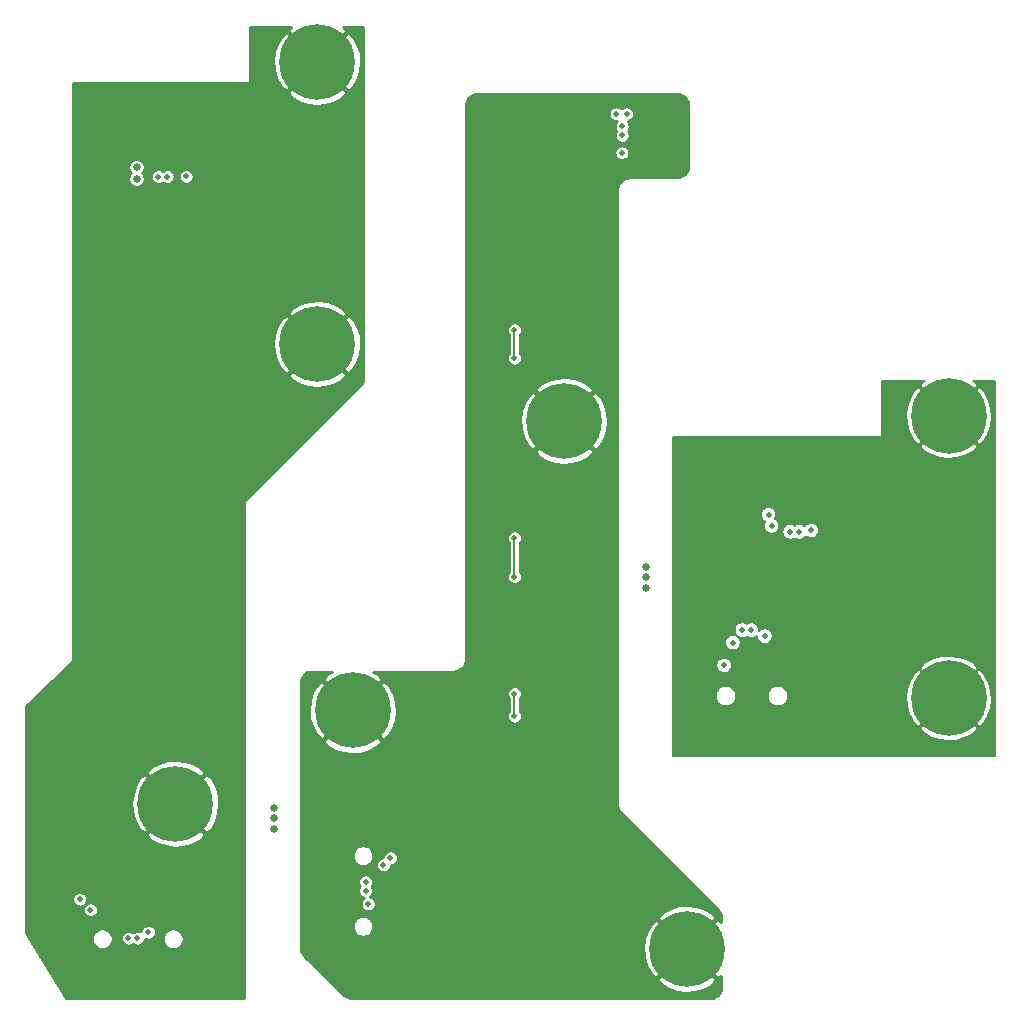
<source format=gbr>
%TF.GenerationSoftware,KiCad,Pcbnew,(5.1.10)-1*%
%TF.CreationDate,2021-10-19T18:18:53+02:00*%
%TF.ProjectId,hard_cam_usb_production,68617264-5f63-4616-9d5f-7573625f7072,rev?*%
%TF.SameCoordinates,Original*%
%TF.FileFunction,Copper,L3,Inr*%
%TF.FilePolarity,Positive*%
%FSLAX46Y46*%
G04 Gerber Fmt 4.6, Leading zero omitted, Abs format (unit mm)*
G04 Created by KiCad (PCBNEW (5.1.10)-1) date 2021-10-19 18:18:53*
%MOMM*%
%LPD*%
G01*
G04 APERTURE LIST*
%TA.AperFunction,ComponentPad*%
%ADD10C,0.800000*%
%TD*%
%TA.AperFunction,ComponentPad*%
%ADD11C,6.400000*%
%TD*%
%TA.AperFunction,ViaPad*%
%ADD12C,0.635000*%
%TD*%
%TA.AperFunction,ViaPad*%
%ADD13C,0.508000*%
%TD*%
%TA.AperFunction,Conductor*%
%ADD14C,0.203200*%
%TD*%
%TA.AperFunction,Conductor*%
%ADD15C,0.254000*%
%TD*%
%TA.AperFunction,Conductor*%
%ADD16C,0.100000*%
%TD*%
G04 APERTURE END LIST*
D10*
%TO.N,GND*%
%TO.C,H1*%
X239797056Y-176102944D03*
X238100000Y-175400000D03*
X236402944Y-176102944D03*
X235700000Y-177800000D03*
X236402944Y-179497056D03*
X238100000Y-180200000D03*
X239797056Y-179497056D03*
X240500000Y-177800000D03*
D11*
X238100000Y-177800000D03*
%TD*%
%TO.N,GND*%
%TO.C,H2*%
X238100000Y-201700000D03*
D10*
X240500000Y-201700000D03*
X239797056Y-203397056D03*
X238100000Y-204100000D03*
X236402944Y-203397056D03*
X235700000Y-201700000D03*
X236402944Y-200002944D03*
X238100000Y-199300000D03*
X239797056Y-200002944D03*
%TD*%
%TO.N,GND*%
%TO.C,H5*%
X207197056Y-179897056D03*
X207900000Y-178200000D03*
X207197056Y-176502944D03*
X205500000Y-175800000D03*
X203802944Y-176502944D03*
X203100000Y-178200000D03*
X203802944Y-179897056D03*
X205500000Y-180600000D03*
D11*
X205500000Y-178200000D03*
%TD*%
D10*
%TO.N,GND*%
%TO.C,H6*%
X217597056Y-224597056D03*
X218300000Y-222900000D03*
X217597056Y-221202944D03*
X215900000Y-220500000D03*
X214202944Y-221202944D03*
X213500000Y-222900000D03*
X214202944Y-224597056D03*
X215900000Y-225300000D03*
D11*
X215900000Y-222900000D03*
%TD*%
%TO.N,GND*%
%TO.C,H8*%
X187600000Y-202700000D03*
D10*
X187600000Y-205100000D03*
X185902944Y-204397056D03*
X185200000Y-202700000D03*
X185902944Y-201002944D03*
X187600000Y-200300000D03*
X189297056Y-201002944D03*
X190000000Y-202700000D03*
X189297056Y-204397056D03*
%TD*%
D11*
%TO.N,GND*%
%TO.C,H4*%
X184600000Y-171700000D03*
D10*
X187000000Y-171700000D03*
X186297056Y-173397056D03*
X184600000Y-174100000D03*
X182902944Y-173397056D03*
X182200000Y-171700000D03*
X182902944Y-170002944D03*
X184600000Y-169300000D03*
X186297056Y-170002944D03*
%TD*%
D11*
%TO.N,GND*%
%TO.C,H3*%
X184600000Y-147800000D03*
D10*
X187000000Y-147800000D03*
X186297056Y-149497056D03*
X184600000Y-150200000D03*
X182902944Y-149497056D03*
X182200000Y-147800000D03*
X182902944Y-146102944D03*
X184600000Y-145400000D03*
X186297056Y-146102944D03*
%TD*%
D11*
%TO.N,GND*%
%TO.C,H7*%
X172600000Y-210600000D03*
D10*
X175000000Y-210600000D03*
X174297056Y-212297056D03*
X172600000Y-213000000D03*
X170902944Y-212297056D03*
X170200000Y-210600000D03*
X170902944Y-208902944D03*
X172600000Y-208200000D03*
X174297056Y-208902944D03*
%TD*%
D12*
%TO.N,*%
X212400000Y-190550000D03*
X212400000Y-191450000D03*
X212400000Y-192350000D03*
X180900000Y-211850000D03*
X180900000Y-210950000D03*
X180900000Y-212750000D03*
D13*
%TO.N,GND*%
X175200000Y-225400000D03*
X175100000Y-223700000D03*
X177500000Y-195000000D03*
X180000000Y-182000000D03*
X187500000Y-151500000D03*
X165000000Y-150500000D03*
X177500000Y-215000000D03*
X186000000Y-176000000D03*
X187500000Y-156500000D03*
X187500000Y-166500000D03*
X169500000Y-150500000D03*
X187500000Y-161500000D03*
X177500000Y-185000000D03*
X174500000Y-150500000D03*
X183000000Y-179000000D03*
X179500000Y-150500000D03*
X177500000Y-200000000D03*
X170500000Y-158250000D03*
X165000000Y-172000000D03*
X161000000Y-211500000D03*
X165000000Y-157000000D03*
X178500000Y-171000000D03*
X182500000Y-155000000D03*
X165000000Y-182000000D03*
X165000000Y-187000000D03*
X181000000Y-159000000D03*
X165000000Y-192000000D03*
X177500000Y-225000000D03*
X163500000Y-200000000D03*
X161000000Y-221500000D03*
X179500000Y-165000000D03*
X165000000Y-197000000D03*
X161000000Y-206500000D03*
X161000000Y-202500000D03*
X165000000Y-177000000D03*
X165000000Y-153000000D03*
X177500000Y-178000000D03*
X165000000Y-167000000D03*
X165000000Y-162000000D03*
X161000000Y-216500000D03*
X165000000Y-216000000D03*
X172500000Y-158250000D03*
X175800000Y-169600000D03*
X184000000Y-163000000D03*
X173000000Y-168600000D03*
X175600000Y-187400000D03*
X169600000Y-196800000D03*
X167400000Y-204600000D03*
X169600000Y-163800000D03*
X173000000Y-161600000D03*
X176800000Y-161400000D03*
X173000000Y-191800000D03*
X169600000Y-183800000D03*
X173000000Y-180600000D03*
X174400000Y-219000000D03*
X173000000Y-200000000D03*
X167600000Y-211000000D03*
X171200000Y-204400000D03*
X169600000Y-174200000D03*
X170000000Y-216200000D03*
D12*
X165400000Y-224500000D03*
X164300000Y-223700000D03*
X164300000Y-225400000D03*
D13*
X174300000Y-156200000D03*
X174700000Y-155000000D03*
X177500000Y-210000000D03*
X177500000Y-205000000D03*
X177500000Y-190000000D03*
X177500000Y-220000000D03*
X168900000Y-155000000D03*
X216905500Y-204434500D03*
X216969000Y-198910000D03*
X225795500Y-198910000D03*
X227891000Y-185003500D03*
X225795500Y-204371000D03*
X223382500Y-197005000D03*
X223827000Y-198910000D03*
X222747500Y-185003500D03*
X212900000Y-156400000D03*
X212900000Y-151300000D03*
X211700000Y-155500000D03*
X185618000Y-220582000D03*
X186018000Y-222706000D03*
X186000000Y-213300000D03*
X187900000Y-222700000D03*
X187500000Y-219900000D03*
X215650000Y-180500000D03*
X220650000Y-180500000D03*
X225650000Y-180500000D03*
X230650000Y-180500000D03*
X234150000Y-180500000D03*
X240900000Y-182000000D03*
X240900000Y-187000000D03*
X240900000Y-192000000D03*
X240900000Y-197000000D03*
X235150000Y-205750000D03*
X230150000Y-205750000D03*
X223400000Y-205750000D03*
X218900000Y-205750000D03*
X216150000Y-201750000D03*
X215900000Y-195750000D03*
X215900000Y-190750000D03*
X215900000Y-185750000D03*
X217650000Y-182750000D03*
X224150000Y-188250000D03*
X225900000Y-188500000D03*
X219900000Y-195250000D03*
X222150000Y-195250000D03*
X221100000Y-192400000D03*
X222900000Y-190300000D03*
X223900000Y-193500000D03*
X225900000Y-191417000D03*
X235900000Y-185750000D03*
X235900000Y-190250000D03*
X235900000Y-194500000D03*
X232900000Y-199750000D03*
X228650000Y-195500000D03*
X229400000Y-191000000D03*
X219900000Y-188250000D03*
X219900000Y-182500000D03*
X209100000Y-151200000D03*
X205100000Y-151200000D03*
X201100000Y-151200000D03*
X198100000Y-151200000D03*
X198100000Y-155200000D03*
X198100000Y-159200000D03*
X197600000Y-163200000D03*
X197600000Y-167200000D03*
X197600000Y-171200000D03*
X197600000Y-175200000D03*
X197600000Y-179200000D03*
X197600000Y-183200000D03*
X197600000Y-187200000D03*
X197600000Y-191200000D03*
X197600000Y-195200000D03*
X197600000Y-199200000D03*
X195600000Y-200200000D03*
X192100000Y-200200000D03*
X184100000Y-206200000D03*
X184100000Y-210200000D03*
X186600000Y-225200000D03*
X190100000Y-226200000D03*
X194100000Y-226200000D03*
X198100000Y-226200000D03*
X202100000Y-226200000D03*
X206100000Y-226200000D03*
X210100000Y-226200000D03*
X210100000Y-222200000D03*
X210100000Y-218200000D03*
X210100000Y-214200000D03*
X209100000Y-210200000D03*
X209100000Y-206200000D03*
X209100000Y-202200000D03*
X209100000Y-198200000D03*
X209100000Y-194200000D03*
X209100000Y-190200000D03*
X209100000Y-186200000D03*
X209100000Y-182200000D03*
X209100000Y-175200000D03*
X209100000Y-171200000D03*
X209100000Y-167200000D03*
X209100000Y-163200000D03*
X209100000Y-159700000D03*
X211100000Y-157200000D03*
X205600000Y-164200000D03*
X203600000Y-169200000D03*
X203100000Y-185700000D03*
X205600000Y-194700000D03*
X202600000Y-200200000D03*
X205100000Y-207700000D03*
X202600000Y-214200000D03*
X205100000Y-219700000D03*
X200100000Y-222700000D03*
X192600000Y-223200000D03*
X198600000Y-218200000D03*
X191100000Y-209200000D03*
X194600000Y-205200000D03*
X201100000Y-154200000D03*
X198600000Y-212200000D03*
X194600000Y-216200000D03*
X209400000Y-153100000D03*
X209600000Y-155800000D03*
X206100000Y-159400000D03*
X206000000Y-155700000D03*
X202100000Y-159600000D03*
X198500000Y-207200000D03*
X196700000Y-209300000D03*
X194100000Y-212000000D03*
X192400000Y-214000000D03*
X201600000Y-163900000D03*
X174100000Y-224500000D03*
%TO.N,/id*%
X222493500Y-196433500D03*
X226430500Y-187480000D03*
%TO.N,/D+*%
X225395500Y-187607000D03*
X221348500Y-195925500D03*
%TO.N,/D-*%
X220590500Y-195925500D03*
X224637500Y-187607000D03*
D12*
%TO.N,VCC*%
X169300000Y-157700000D03*
X169300000Y-156700000D03*
D13*
X219800000Y-196978500D03*
X223065000Y-187099000D03*
X222811000Y-186146500D03*
X219064500Y-198910000D03*
X210800000Y-152200000D03*
X209900000Y-152200000D03*
X190800000Y-215200000D03*
X190200000Y-215800000D03*
X165400000Y-219600000D03*
X164500000Y-218700000D03*
%TO.N,/id2*%
X210400000Y-155500000D03*
X188900000Y-219100000D03*
X201300000Y-170500000D03*
X201300000Y-172900000D03*
X201300000Y-188100000D03*
X201300000Y-191400000D03*
X201300000Y-201300000D03*
X201300000Y-203200000D03*
%TO.N,/D2_+*%
X210416998Y-154029000D03*
X188700000Y-217979000D03*
%TO.N,/D2_-*%
X210416998Y-153271000D03*
X188700000Y-217221000D03*
%TO.N,/D3_-*%
X171137500Y-157516332D03*
X168621000Y-222000000D03*
%TO.N,/D3_+*%
X171895500Y-157516332D03*
X169379000Y-222000000D03*
%TO.N,/id3*%
X173500000Y-157500000D03*
X170300000Y-221500000D03*
%TD*%
D14*
%TO.N,/id2*%
X201300000Y-191400000D02*
X201300000Y-188100000D01*
X201300000Y-172900000D02*
X201300000Y-170500000D01*
X201300000Y-203200000D02*
X201300000Y-201300000D01*
%TD*%
D15*
%TO.N,GND*%
X182100462Y-145210659D02*
X184600000Y-147710197D01*
X187099538Y-145210659D01*
X186799539Y-144827000D01*
X188473000Y-144827000D01*
X188473000Y-174947394D01*
X178410197Y-185010197D01*
X178394403Y-185029443D01*
X178382667Y-185051399D01*
X178375440Y-185075224D01*
X178373000Y-185100000D01*
X178373000Y-227073000D01*
X163371049Y-227073000D01*
X160233470Y-221963229D01*
X165519000Y-221963229D01*
X165519000Y-222136771D01*
X165552856Y-222306978D01*
X165619268Y-222467310D01*
X165715682Y-222611605D01*
X165838395Y-222734318D01*
X165982690Y-222830732D01*
X166143022Y-222897144D01*
X166313229Y-222931000D01*
X166486771Y-222931000D01*
X166656978Y-222897144D01*
X166817310Y-222830732D01*
X166961605Y-222734318D01*
X167084318Y-222611605D01*
X167180732Y-222467310D01*
X167247144Y-222306978D01*
X167281000Y-222136771D01*
X167281000Y-221963229D01*
X167275874Y-221937458D01*
X167986000Y-221937458D01*
X167986000Y-222062542D01*
X168010403Y-222185223D01*
X168058271Y-222300785D01*
X168127764Y-222404789D01*
X168216211Y-222493236D01*
X168320215Y-222562729D01*
X168435777Y-222610597D01*
X168558458Y-222635000D01*
X168683542Y-222635000D01*
X168806223Y-222610597D01*
X168921785Y-222562729D01*
X169000000Y-222510468D01*
X169078215Y-222562729D01*
X169193777Y-222610597D01*
X169316458Y-222635000D01*
X169441542Y-222635000D01*
X169564223Y-222610597D01*
X169679785Y-222562729D01*
X169783789Y-222493236D01*
X169872236Y-222404789D01*
X169941729Y-222300785D01*
X169989597Y-222185223D01*
X170012840Y-222068373D01*
X170114777Y-222110597D01*
X170237458Y-222135000D01*
X170362542Y-222135000D01*
X170485223Y-222110597D01*
X170600785Y-222062729D01*
X170704789Y-221993236D01*
X170734796Y-221963229D01*
X171519000Y-221963229D01*
X171519000Y-222136771D01*
X171552856Y-222306978D01*
X171619268Y-222467310D01*
X171715682Y-222611605D01*
X171838395Y-222734318D01*
X171982690Y-222830732D01*
X172143022Y-222897144D01*
X172313229Y-222931000D01*
X172486771Y-222931000D01*
X172656978Y-222897144D01*
X172817310Y-222830732D01*
X172961605Y-222734318D01*
X173084318Y-222611605D01*
X173180732Y-222467310D01*
X173247144Y-222306978D01*
X173281000Y-222136771D01*
X173281000Y-221963229D01*
X173247144Y-221793022D01*
X173180732Y-221632690D01*
X173084318Y-221488395D01*
X172961605Y-221365682D01*
X172817310Y-221269268D01*
X172656978Y-221202856D01*
X172486771Y-221169000D01*
X172313229Y-221169000D01*
X172143022Y-221202856D01*
X171982690Y-221269268D01*
X171838395Y-221365682D01*
X171715682Y-221488395D01*
X171619268Y-221632690D01*
X171552856Y-221793022D01*
X171519000Y-221963229D01*
X170734796Y-221963229D01*
X170793236Y-221904789D01*
X170862729Y-221800785D01*
X170910597Y-221685223D01*
X170935000Y-221562542D01*
X170935000Y-221437458D01*
X170910597Y-221314777D01*
X170862729Y-221199215D01*
X170793236Y-221095211D01*
X170704789Y-221006764D01*
X170600785Y-220937271D01*
X170485223Y-220889403D01*
X170362542Y-220865000D01*
X170237458Y-220865000D01*
X170114777Y-220889403D01*
X169999215Y-220937271D01*
X169895211Y-221006764D01*
X169806764Y-221095211D01*
X169737271Y-221199215D01*
X169689403Y-221314777D01*
X169666160Y-221431627D01*
X169564223Y-221389403D01*
X169441542Y-221365000D01*
X169316458Y-221365000D01*
X169193777Y-221389403D01*
X169078215Y-221437271D01*
X169000000Y-221489532D01*
X168921785Y-221437271D01*
X168806223Y-221389403D01*
X168683542Y-221365000D01*
X168558458Y-221365000D01*
X168435777Y-221389403D01*
X168320215Y-221437271D01*
X168216211Y-221506764D01*
X168127764Y-221595211D01*
X168058271Y-221699215D01*
X168010403Y-221814777D01*
X167986000Y-221937458D01*
X167275874Y-221937458D01*
X167247144Y-221793022D01*
X167180732Y-221632690D01*
X167084318Y-221488395D01*
X166961605Y-221365682D01*
X166817310Y-221269268D01*
X166656978Y-221202856D01*
X166486771Y-221169000D01*
X166313229Y-221169000D01*
X166143022Y-221202856D01*
X165982690Y-221269268D01*
X165838395Y-221365682D01*
X165715682Y-221488395D01*
X165619268Y-221632690D01*
X165552856Y-221793022D01*
X165519000Y-221963229D01*
X160233470Y-221963229D01*
X159927000Y-221464121D01*
X159927000Y-219537458D01*
X164765000Y-219537458D01*
X164765000Y-219662542D01*
X164789403Y-219785223D01*
X164837271Y-219900785D01*
X164906764Y-220004789D01*
X164995211Y-220093236D01*
X165099215Y-220162729D01*
X165214777Y-220210597D01*
X165337458Y-220235000D01*
X165462542Y-220235000D01*
X165585223Y-220210597D01*
X165700785Y-220162729D01*
X165804789Y-220093236D01*
X165893236Y-220004789D01*
X165962729Y-219900785D01*
X166010597Y-219785223D01*
X166035000Y-219662542D01*
X166035000Y-219537458D01*
X166010597Y-219414777D01*
X165962729Y-219299215D01*
X165893236Y-219195211D01*
X165804789Y-219106764D01*
X165700785Y-219037271D01*
X165585223Y-218989403D01*
X165462542Y-218965000D01*
X165337458Y-218965000D01*
X165214777Y-218989403D01*
X165099215Y-219037271D01*
X164995211Y-219106764D01*
X164906764Y-219195211D01*
X164837271Y-219299215D01*
X164789403Y-219414777D01*
X164765000Y-219537458D01*
X159927000Y-219537458D01*
X159927000Y-218637458D01*
X163865000Y-218637458D01*
X163865000Y-218762542D01*
X163889403Y-218885223D01*
X163937271Y-219000785D01*
X164006764Y-219104789D01*
X164095211Y-219193236D01*
X164199215Y-219262729D01*
X164314777Y-219310597D01*
X164437458Y-219335000D01*
X164562542Y-219335000D01*
X164685223Y-219310597D01*
X164800785Y-219262729D01*
X164904789Y-219193236D01*
X164993236Y-219104789D01*
X165062729Y-219000785D01*
X165110597Y-218885223D01*
X165135000Y-218762542D01*
X165135000Y-218637458D01*
X165110597Y-218514777D01*
X165062729Y-218399215D01*
X164993236Y-218295211D01*
X164904789Y-218206764D01*
X164800785Y-218137271D01*
X164685223Y-218089403D01*
X164562542Y-218065000D01*
X164437458Y-218065000D01*
X164314777Y-218089403D01*
X164199215Y-218137271D01*
X164095211Y-218206764D01*
X164006764Y-218295211D01*
X163937271Y-218399215D01*
X163889403Y-218514777D01*
X163865000Y-218637458D01*
X159927000Y-218637458D01*
X159927000Y-213189341D01*
X170100462Y-213189341D01*
X170461637Y-213651236D01*
X171097992Y-214009782D01*
X171792068Y-214237291D01*
X172517193Y-214325021D01*
X173245499Y-214269600D01*
X173949000Y-214073159D01*
X174600659Y-213743246D01*
X174738363Y-213651236D01*
X175099538Y-213189341D01*
X172600000Y-210689803D01*
X170100462Y-213189341D01*
X159927000Y-213189341D01*
X159927000Y-210517193D01*
X168874979Y-210517193D01*
X168930400Y-211245499D01*
X169126841Y-211949000D01*
X169456754Y-212600659D01*
X169548764Y-212738363D01*
X170010659Y-213099538D01*
X172510197Y-210600000D01*
X172689803Y-210600000D01*
X175189341Y-213099538D01*
X175651236Y-212738363D01*
X176009782Y-212102008D01*
X176237291Y-211407932D01*
X176325021Y-210682807D01*
X176269600Y-209954501D01*
X176073159Y-209251000D01*
X175743246Y-208599341D01*
X175651236Y-208461637D01*
X175189341Y-208100462D01*
X172689803Y-210600000D01*
X172510197Y-210600000D01*
X170010659Y-208100462D01*
X169548764Y-208461637D01*
X169190218Y-209097992D01*
X168962709Y-209792068D01*
X168874979Y-210517193D01*
X159927000Y-210517193D01*
X159927000Y-208010659D01*
X170100462Y-208010659D01*
X172600000Y-210510197D01*
X175099538Y-208010659D01*
X174738363Y-207548764D01*
X174102008Y-207190218D01*
X173407932Y-206962709D01*
X172682807Y-206874979D01*
X171954501Y-206930400D01*
X171251000Y-207126841D01*
X170599341Y-207456754D01*
X170461637Y-207548764D01*
X170100462Y-208010659D01*
X159927000Y-208010659D01*
X159927000Y-202353550D01*
X163888659Y-198490932D01*
X163904695Y-198471888D01*
X163916708Y-198450082D01*
X163924236Y-198426351D01*
X163927000Y-198400000D01*
X163927000Y-174289341D01*
X182100462Y-174289341D01*
X182461637Y-174751236D01*
X183097992Y-175109782D01*
X183792068Y-175337291D01*
X184517193Y-175425021D01*
X185245499Y-175369600D01*
X185949000Y-175173159D01*
X186600659Y-174843246D01*
X186738363Y-174751236D01*
X187099538Y-174289341D01*
X184600000Y-171789803D01*
X182100462Y-174289341D01*
X163927000Y-174289341D01*
X163927000Y-171617193D01*
X180874979Y-171617193D01*
X180930400Y-172345499D01*
X181126841Y-173049000D01*
X181456754Y-173700659D01*
X181548764Y-173838363D01*
X182010659Y-174199538D01*
X184510197Y-171700000D01*
X184689803Y-171700000D01*
X187189341Y-174199538D01*
X187651236Y-173838363D01*
X188009782Y-173202008D01*
X188237291Y-172507932D01*
X188325021Y-171782807D01*
X188269600Y-171054501D01*
X188073159Y-170351000D01*
X187743246Y-169699341D01*
X187651236Y-169561637D01*
X187189341Y-169200462D01*
X184689803Y-171700000D01*
X184510197Y-171700000D01*
X182010659Y-169200462D01*
X181548764Y-169561637D01*
X181190218Y-170197992D01*
X180962709Y-170892068D01*
X180874979Y-171617193D01*
X163927000Y-171617193D01*
X163927000Y-169110659D01*
X182100462Y-169110659D01*
X184600000Y-171610197D01*
X187099538Y-169110659D01*
X186738363Y-168648764D01*
X186102008Y-168290218D01*
X185407932Y-168062709D01*
X184682807Y-167974979D01*
X183954501Y-168030400D01*
X183251000Y-168226841D01*
X182599341Y-168556754D01*
X182461637Y-168648764D01*
X182100462Y-169110659D01*
X163927000Y-169110659D01*
X163927000Y-156631204D01*
X168601500Y-156631204D01*
X168601500Y-156768796D01*
X168628343Y-156903745D01*
X168680997Y-157030864D01*
X168757439Y-157145268D01*
X168812171Y-157200000D01*
X168757439Y-157254732D01*
X168680997Y-157369136D01*
X168628343Y-157496255D01*
X168601500Y-157631204D01*
X168601500Y-157768796D01*
X168628343Y-157903745D01*
X168680997Y-158030864D01*
X168757439Y-158145268D01*
X168854732Y-158242561D01*
X168969136Y-158319003D01*
X169096255Y-158371657D01*
X169231204Y-158398500D01*
X169368796Y-158398500D01*
X169503745Y-158371657D01*
X169630864Y-158319003D01*
X169745268Y-158242561D01*
X169842561Y-158145268D01*
X169919003Y-158030864D01*
X169971657Y-157903745D01*
X169998500Y-157768796D01*
X169998500Y-157631204D01*
X169971657Y-157496255D01*
X169954068Y-157453790D01*
X170502500Y-157453790D01*
X170502500Y-157578874D01*
X170526903Y-157701555D01*
X170574771Y-157817117D01*
X170644264Y-157921121D01*
X170732711Y-158009568D01*
X170836715Y-158079061D01*
X170952277Y-158126929D01*
X171074958Y-158151332D01*
X171200042Y-158151332D01*
X171322723Y-158126929D01*
X171438285Y-158079061D01*
X171516500Y-158026800D01*
X171594715Y-158079061D01*
X171710277Y-158126929D01*
X171832958Y-158151332D01*
X171958042Y-158151332D01*
X172080723Y-158126929D01*
X172196285Y-158079061D01*
X172300289Y-158009568D01*
X172388736Y-157921121D01*
X172458229Y-157817117D01*
X172506097Y-157701555D01*
X172530500Y-157578874D01*
X172530500Y-157453790D01*
X172527252Y-157437458D01*
X172865000Y-157437458D01*
X172865000Y-157562542D01*
X172889403Y-157685223D01*
X172937271Y-157800785D01*
X173006764Y-157904789D01*
X173095211Y-157993236D01*
X173199215Y-158062729D01*
X173314777Y-158110597D01*
X173437458Y-158135000D01*
X173562542Y-158135000D01*
X173685223Y-158110597D01*
X173800785Y-158062729D01*
X173904789Y-157993236D01*
X173993236Y-157904789D01*
X174062729Y-157800785D01*
X174110597Y-157685223D01*
X174135000Y-157562542D01*
X174135000Y-157437458D01*
X174110597Y-157314777D01*
X174062729Y-157199215D01*
X173993236Y-157095211D01*
X173904789Y-157006764D01*
X173800785Y-156937271D01*
X173685223Y-156889403D01*
X173562542Y-156865000D01*
X173437458Y-156865000D01*
X173314777Y-156889403D01*
X173199215Y-156937271D01*
X173095211Y-157006764D01*
X173006764Y-157095211D01*
X172937271Y-157199215D01*
X172889403Y-157314777D01*
X172865000Y-157437458D01*
X172527252Y-157437458D01*
X172506097Y-157331109D01*
X172458229Y-157215547D01*
X172388736Y-157111543D01*
X172300289Y-157023096D01*
X172196285Y-156953603D01*
X172080723Y-156905735D01*
X171958042Y-156881332D01*
X171832958Y-156881332D01*
X171710277Y-156905735D01*
X171594715Y-156953603D01*
X171516500Y-157005864D01*
X171438285Y-156953603D01*
X171322723Y-156905735D01*
X171200042Y-156881332D01*
X171074958Y-156881332D01*
X170952277Y-156905735D01*
X170836715Y-156953603D01*
X170732711Y-157023096D01*
X170644264Y-157111543D01*
X170574771Y-157215547D01*
X170526903Y-157331109D01*
X170502500Y-157453790D01*
X169954068Y-157453790D01*
X169919003Y-157369136D01*
X169842561Y-157254732D01*
X169787829Y-157200000D01*
X169842561Y-157145268D01*
X169919003Y-157030864D01*
X169971657Y-156903745D01*
X169998500Y-156768796D01*
X169998500Y-156631204D01*
X169971657Y-156496255D01*
X169919003Y-156369136D01*
X169842561Y-156254732D01*
X169745268Y-156157439D01*
X169630864Y-156080997D01*
X169503745Y-156028343D01*
X169368796Y-156001500D01*
X169231204Y-156001500D01*
X169096255Y-156028343D01*
X168969136Y-156080997D01*
X168854732Y-156157439D01*
X168757439Y-156254732D01*
X168680997Y-156369136D01*
X168628343Y-156496255D01*
X168601500Y-156631204D01*
X163927000Y-156631204D01*
X163927000Y-150389341D01*
X182100462Y-150389341D01*
X182461637Y-150851236D01*
X183097992Y-151209782D01*
X183792068Y-151437291D01*
X184517193Y-151525021D01*
X185245499Y-151469600D01*
X185949000Y-151273159D01*
X186600659Y-150943246D01*
X186738363Y-150851236D01*
X187099538Y-150389341D01*
X184600000Y-147889803D01*
X182100462Y-150389341D01*
X163927000Y-150389341D01*
X163927000Y-149627000D01*
X178800000Y-149627000D01*
X178824776Y-149624560D01*
X178848601Y-149617333D01*
X178870557Y-149605597D01*
X178889803Y-149589803D01*
X178905597Y-149570557D01*
X178917333Y-149548601D01*
X178924560Y-149524776D01*
X178927000Y-149500000D01*
X178927000Y-147717193D01*
X180874979Y-147717193D01*
X180930400Y-148445499D01*
X181126841Y-149149000D01*
X181456754Y-149800659D01*
X181548764Y-149938363D01*
X182010659Y-150299538D01*
X184510197Y-147800000D01*
X184689803Y-147800000D01*
X187189341Y-150299538D01*
X187651236Y-149938363D01*
X188009782Y-149302008D01*
X188237291Y-148607932D01*
X188325021Y-147882807D01*
X188269600Y-147154501D01*
X188073159Y-146451000D01*
X187743246Y-145799341D01*
X187651236Y-145661637D01*
X187189341Y-145300462D01*
X184689803Y-147800000D01*
X184510197Y-147800000D01*
X182010659Y-145300462D01*
X181548764Y-145661637D01*
X181190218Y-146297992D01*
X180962709Y-146992068D01*
X180874979Y-147717193D01*
X178927000Y-147717193D01*
X178927000Y-144827000D01*
X182400461Y-144827000D01*
X182100462Y-145210659D01*
%TA.AperFunction,Conductor*%
D16*
G36*
X182100462Y-145210659D02*
G01*
X184600000Y-147710197D01*
X187099538Y-145210659D01*
X186799539Y-144827000D01*
X188473000Y-144827000D01*
X188473000Y-174947394D01*
X178410197Y-185010197D01*
X178394403Y-185029443D01*
X178382667Y-185051399D01*
X178375440Y-185075224D01*
X178373000Y-185100000D01*
X178373000Y-227073000D01*
X163371049Y-227073000D01*
X160233470Y-221963229D01*
X165519000Y-221963229D01*
X165519000Y-222136771D01*
X165552856Y-222306978D01*
X165619268Y-222467310D01*
X165715682Y-222611605D01*
X165838395Y-222734318D01*
X165982690Y-222830732D01*
X166143022Y-222897144D01*
X166313229Y-222931000D01*
X166486771Y-222931000D01*
X166656978Y-222897144D01*
X166817310Y-222830732D01*
X166961605Y-222734318D01*
X167084318Y-222611605D01*
X167180732Y-222467310D01*
X167247144Y-222306978D01*
X167281000Y-222136771D01*
X167281000Y-221963229D01*
X167275874Y-221937458D01*
X167986000Y-221937458D01*
X167986000Y-222062542D01*
X168010403Y-222185223D01*
X168058271Y-222300785D01*
X168127764Y-222404789D01*
X168216211Y-222493236D01*
X168320215Y-222562729D01*
X168435777Y-222610597D01*
X168558458Y-222635000D01*
X168683542Y-222635000D01*
X168806223Y-222610597D01*
X168921785Y-222562729D01*
X169000000Y-222510468D01*
X169078215Y-222562729D01*
X169193777Y-222610597D01*
X169316458Y-222635000D01*
X169441542Y-222635000D01*
X169564223Y-222610597D01*
X169679785Y-222562729D01*
X169783789Y-222493236D01*
X169872236Y-222404789D01*
X169941729Y-222300785D01*
X169989597Y-222185223D01*
X170012840Y-222068373D01*
X170114777Y-222110597D01*
X170237458Y-222135000D01*
X170362542Y-222135000D01*
X170485223Y-222110597D01*
X170600785Y-222062729D01*
X170704789Y-221993236D01*
X170734796Y-221963229D01*
X171519000Y-221963229D01*
X171519000Y-222136771D01*
X171552856Y-222306978D01*
X171619268Y-222467310D01*
X171715682Y-222611605D01*
X171838395Y-222734318D01*
X171982690Y-222830732D01*
X172143022Y-222897144D01*
X172313229Y-222931000D01*
X172486771Y-222931000D01*
X172656978Y-222897144D01*
X172817310Y-222830732D01*
X172961605Y-222734318D01*
X173084318Y-222611605D01*
X173180732Y-222467310D01*
X173247144Y-222306978D01*
X173281000Y-222136771D01*
X173281000Y-221963229D01*
X173247144Y-221793022D01*
X173180732Y-221632690D01*
X173084318Y-221488395D01*
X172961605Y-221365682D01*
X172817310Y-221269268D01*
X172656978Y-221202856D01*
X172486771Y-221169000D01*
X172313229Y-221169000D01*
X172143022Y-221202856D01*
X171982690Y-221269268D01*
X171838395Y-221365682D01*
X171715682Y-221488395D01*
X171619268Y-221632690D01*
X171552856Y-221793022D01*
X171519000Y-221963229D01*
X170734796Y-221963229D01*
X170793236Y-221904789D01*
X170862729Y-221800785D01*
X170910597Y-221685223D01*
X170935000Y-221562542D01*
X170935000Y-221437458D01*
X170910597Y-221314777D01*
X170862729Y-221199215D01*
X170793236Y-221095211D01*
X170704789Y-221006764D01*
X170600785Y-220937271D01*
X170485223Y-220889403D01*
X170362542Y-220865000D01*
X170237458Y-220865000D01*
X170114777Y-220889403D01*
X169999215Y-220937271D01*
X169895211Y-221006764D01*
X169806764Y-221095211D01*
X169737271Y-221199215D01*
X169689403Y-221314777D01*
X169666160Y-221431627D01*
X169564223Y-221389403D01*
X169441542Y-221365000D01*
X169316458Y-221365000D01*
X169193777Y-221389403D01*
X169078215Y-221437271D01*
X169000000Y-221489532D01*
X168921785Y-221437271D01*
X168806223Y-221389403D01*
X168683542Y-221365000D01*
X168558458Y-221365000D01*
X168435777Y-221389403D01*
X168320215Y-221437271D01*
X168216211Y-221506764D01*
X168127764Y-221595211D01*
X168058271Y-221699215D01*
X168010403Y-221814777D01*
X167986000Y-221937458D01*
X167275874Y-221937458D01*
X167247144Y-221793022D01*
X167180732Y-221632690D01*
X167084318Y-221488395D01*
X166961605Y-221365682D01*
X166817310Y-221269268D01*
X166656978Y-221202856D01*
X166486771Y-221169000D01*
X166313229Y-221169000D01*
X166143022Y-221202856D01*
X165982690Y-221269268D01*
X165838395Y-221365682D01*
X165715682Y-221488395D01*
X165619268Y-221632690D01*
X165552856Y-221793022D01*
X165519000Y-221963229D01*
X160233470Y-221963229D01*
X159927000Y-221464121D01*
X159927000Y-219537458D01*
X164765000Y-219537458D01*
X164765000Y-219662542D01*
X164789403Y-219785223D01*
X164837271Y-219900785D01*
X164906764Y-220004789D01*
X164995211Y-220093236D01*
X165099215Y-220162729D01*
X165214777Y-220210597D01*
X165337458Y-220235000D01*
X165462542Y-220235000D01*
X165585223Y-220210597D01*
X165700785Y-220162729D01*
X165804789Y-220093236D01*
X165893236Y-220004789D01*
X165962729Y-219900785D01*
X166010597Y-219785223D01*
X166035000Y-219662542D01*
X166035000Y-219537458D01*
X166010597Y-219414777D01*
X165962729Y-219299215D01*
X165893236Y-219195211D01*
X165804789Y-219106764D01*
X165700785Y-219037271D01*
X165585223Y-218989403D01*
X165462542Y-218965000D01*
X165337458Y-218965000D01*
X165214777Y-218989403D01*
X165099215Y-219037271D01*
X164995211Y-219106764D01*
X164906764Y-219195211D01*
X164837271Y-219299215D01*
X164789403Y-219414777D01*
X164765000Y-219537458D01*
X159927000Y-219537458D01*
X159927000Y-218637458D01*
X163865000Y-218637458D01*
X163865000Y-218762542D01*
X163889403Y-218885223D01*
X163937271Y-219000785D01*
X164006764Y-219104789D01*
X164095211Y-219193236D01*
X164199215Y-219262729D01*
X164314777Y-219310597D01*
X164437458Y-219335000D01*
X164562542Y-219335000D01*
X164685223Y-219310597D01*
X164800785Y-219262729D01*
X164904789Y-219193236D01*
X164993236Y-219104789D01*
X165062729Y-219000785D01*
X165110597Y-218885223D01*
X165135000Y-218762542D01*
X165135000Y-218637458D01*
X165110597Y-218514777D01*
X165062729Y-218399215D01*
X164993236Y-218295211D01*
X164904789Y-218206764D01*
X164800785Y-218137271D01*
X164685223Y-218089403D01*
X164562542Y-218065000D01*
X164437458Y-218065000D01*
X164314777Y-218089403D01*
X164199215Y-218137271D01*
X164095211Y-218206764D01*
X164006764Y-218295211D01*
X163937271Y-218399215D01*
X163889403Y-218514777D01*
X163865000Y-218637458D01*
X159927000Y-218637458D01*
X159927000Y-213189341D01*
X170100462Y-213189341D01*
X170461637Y-213651236D01*
X171097992Y-214009782D01*
X171792068Y-214237291D01*
X172517193Y-214325021D01*
X173245499Y-214269600D01*
X173949000Y-214073159D01*
X174600659Y-213743246D01*
X174738363Y-213651236D01*
X175099538Y-213189341D01*
X172600000Y-210689803D01*
X170100462Y-213189341D01*
X159927000Y-213189341D01*
X159927000Y-210517193D01*
X168874979Y-210517193D01*
X168930400Y-211245499D01*
X169126841Y-211949000D01*
X169456754Y-212600659D01*
X169548764Y-212738363D01*
X170010659Y-213099538D01*
X172510197Y-210600000D01*
X172689803Y-210600000D01*
X175189341Y-213099538D01*
X175651236Y-212738363D01*
X176009782Y-212102008D01*
X176237291Y-211407932D01*
X176325021Y-210682807D01*
X176269600Y-209954501D01*
X176073159Y-209251000D01*
X175743246Y-208599341D01*
X175651236Y-208461637D01*
X175189341Y-208100462D01*
X172689803Y-210600000D01*
X172510197Y-210600000D01*
X170010659Y-208100462D01*
X169548764Y-208461637D01*
X169190218Y-209097992D01*
X168962709Y-209792068D01*
X168874979Y-210517193D01*
X159927000Y-210517193D01*
X159927000Y-208010659D01*
X170100462Y-208010659D01*
X172600000Y-210510197D01*
X175099538Y-208010659D01*
X174738363Y-207548764D01*
X174102008Y-207190218D01*
X173407932Y-206962709D01*
X172682807Y-206874979D01*
X171954501Y-206930400D01*
X171251000Y-207126841D01*
X170599341Y-207456754D01*
X170461637Y-207548764D01*
X170100462Y-208010659D01*
X159927000Y-208010659D01*
X159927000Y-202353550D01*
X163888659Y-198490932D01*
X163904695Y-198471888D01*
X163916708Y-198450082D01*
X163924236Y-198426351D01*
X163927000Y-198400000D01*
X163927000Y-174289341D01*
X182100462Y-174289341D01*
X182461637Y-174751236D01*
X183097992Y-175109782D01*
X183792068Y-175337291D01*
X184517193Y-175425021D01*
X185245499Y-175369600D01*
X185949000Y-175173159D01*
X186600659Y-174843246D01*
X186738363Y-174751236D01*
X187099538Y-174289341D01*
X184600000Y-171789803D01*
X182100462Y-174289341D01*
X163927000Y-174289341D01*
X163927000Y-171617193D01*
X180874979Y-171617193D01*
X180930400Y-172345499D01*
X181126841Y-173049000D01*
X181456754Y-173700659D01*
X181548764Y-173838363D01*
X182010659Y-174199538D01*
X184510197Y-171700000D01*
X184689803Y-171700000D01*
X187189341Y-174199538D01*
X187651236Y-173838363D01*
X188009782Y-173202008D01*
X188237291Y-172507932D01*
X188325021Y-171782807D01*
X188269600Y-171054501D01*
X188073159Y-170351000D01*
X187743246Y-169699341D01*
X187651236Y-169561637D01*
X187189341Y-169200462D01*
X184689803Y-171700000D01*
X184510197Y-171700000D01*
X182010659Y-169200462D01*
X181548764Y-169561637D01*
X181190218Y-170197992D01*
X180962709Y-170892068D01*
X180874979Y-171617193D01*
X163927000Y-171617193D01*
X163927000Y-169110659D01*
X182100462Y-169110659D01*
X184600000Y-171610197D01*
X187099538Y-169110659D01*
X186738363Y-168648764D01*
X186102008Y-168290218D01*
X185407932Y-168062709D01*
X184682807Y-167974979D01*
X183954501Y-168030400D01*
X183251000Y-168226841D01*
X182599341Y-168556754D01*
X182461637Y-168648764D01*
X182100462Y-169110659D01*
X163927000Y-169110659D01*
X163927000Y-156631204D01*
X168601500Y-156631204D01*
X168601500Y-156768796D01*
X168628343Y-156903745D01*
X168680997Y-157030864D01*
X168757439Y-157145268D01*
X168812171Y-157200000D01*
X168757439Y-157254732D01*
X168680997Y-157369136D01*
X168628343Y-157496255D01*
X168601500Y-157631204D01*
X168601500Y-157768796D01*
X168628343Y-157903745D01*
X168680997Y-158030864D01*
X168757439Y-158145268D01*
X168854732Y-158242561D01*
X168969136Y-158319003D01*
X169096255Y-158371657D01*
X169231204Y-158398500D01*
X169368796Y-158398500D01*
X169503745Y-158371657D01*
X169630864Y-158319003D01*
X169745268Y-158242561D01*
X169842561Y-158145268D01*
X169919003Y-158030864D01*
X169971657Y-157903745D01*
X169998500Y-157768796D01*
X169998500Y-157631204D01*
X169971657Y-157496255D01*
X169954068Y-157453790D01*
X170502500Y-157453790D01*
X170502500Y-157578874D01*
X170526903Y-157701555D01*
X170574771Y-157817117D01*
X170644264Y-157921121D01*
X170732711Y-158009568D01*
X170836715Y-158079061D01*
X170952277Y-158126929D01*
X171074958Y-158151332D01*
X171200042Y-158151332D01*
X171322723Y-158126929D01*
X171438285Y-158079061D01*
X171516500Y-158026800D01*
X171594715Y-158079061D01*
X171710277Y-158126929D01*
X171832958Y-158151332D01*
X171958042Y-158151332D01*
X172080723Y-158126929D01*
X172196285Y-158079061D01*
X172300289Y-158009568D01*
X172388736Y-157921121D01*
X172458229Y-157817117D01*
X172506097Y-157701555D01*
X172530500Y-157578874D01*
X172530500Y-157453790D01*
X172527252Y-157437458D01*
X172865000Y-157437458D01*
X172865000Y-157562542D01*
X172889403Y-157685223D01*
X172937271Y-157800785D01*
X173006764Y-157904789D01*
X173095211Y-157993236D01*
X173199215Y-158062729D01*
X173314777Y-158110597D01*
X173437458Y-158135000D01*
X173562542Y-158135000D01*
X173685223Y-158110597D01*
X173800785Y-158062729D01*
X173904789Y-157993236D01*
X173993236Y-157904789D01*
X174062729Y-157800785D01*
X174110597Y-157685223D01*
X174135000Y-157562542D01*
X174135000Y-157437458D01*
X174110597Y-157314777D01*
X174062729Y-157199215D01*
X173993236Y-157095211D01*
X173904789Y-157006764D01*
X173800785Y-156937271D01*
X173685223Y-156889403D01*
X173562542Y-156865000D01*
X173437458Y-156865000D01*
X173314777Y-156889403D01*
X173199215Y-156937271D01*
X173095211Y-157006764D01*
X173006764Y-157095211D01*
X172937271Y-157199215D01*
X172889403Y-157314777D01*
X172865000Y-157437458D01*
X172527252Y-157437458D01*
X172506097Y-157331109D01*
X172458229Y-157215547D01*
X172388736Y-157111543D01*
X172300289Y-157023096D01*
X172196285Y-156953603D01*
X172080723Y-156905735D01*
X171958042Y-156881332D01*
X171832958Y-156881332D01*
X171710277Y-156905735D01*
X171594715Y-156953603D01*
X171516500Y-157005864D01*
X171438285Y-156953603D01*
X171322723Y-156905735D01*
X171200042Y-156881332D01*
X171074958Y-156881332D01*
X170952277Y-156905735D01*
X170836715Y-156953603D01*
X170732711Y-157023096D01*
X170644264Y-157111543D01*
X170574771Y-157215547D01*
X170526903Y-157331109D01*
X170502500Y-157453790D01*
X169954068Y-157453790D01*
X169919003Y-157369136D01*
X169842561Y-157254732D01*
X169787829Y-157200000D01*
X169842561Y-157145268D01*
X169919003Y-157030864D01*
X169971657Y-156903745D01*
X169998500Y-156768796D01*
X169998500Y-156631204D01*
X169971657Y-156496255D01*
X169919003Y-156369136D01*
X169842561Y-156254732D01*
X169745268Y-156157439D01*
X169630864Y-156080997D01*
X169503745Y-156028343D01*
X169368796Y-156001500D01*
X169231204Y-156001500D01*
X169096255Y-156028343D01*
X168969136Y-156080997D01*
X168854732Y-156157439D01*
X168757439Y-156254732D01*
X168680997Y-156369136D01*
X168628343Y-156496255D01*
X168601500Y-156631204D01*
X163927000Y-156631204D01*
X163927000Y-150389341D01*
X182100462Y-150389341D01*
X182461637Y-150851236D01*
X183097992Y-151209782D01*
X183792068Y-151437291D01*
X184517193Y-151525021D01*
X185245499Y-151469600D01*
X185949000Y-151273159D01*
X186600659Y-150943246D01*
X186738363Y-150851236D01*
X187099538Y-150389341D01*
X184600000Y-147889803D01*
X182100462Y-150389341D01*
X163927000Y-150389341D01*
X163927000Y-149627000D01*
X178800000Y-149627000D01*
X178824776Y-149624560D01*
X178848601Y-149617333D01*
X178870557Y-149605597D01*
X178889803Y-149589803D01*
X178905597Y-149570557D01*
X178917333Y-149548601D01*
X178924560Y-149524776D01*
X178927000Y-149500000D01*
X178927000Y-147717193D01*
X180874979Y-147717193D01*
X180930400Y-148445499D01*
X181126841Y-149149000D01*
X181456754Y-149800659D01*
X181548764Y-149938363D01*
X182010659Y-150299538D01*
X184510197Y-147800000D01*
X184689803Y-147800000D01*
X187189341Y-150299538D01*
X187651236Y-149938363D01*
X188009782Y-149302008D01*
X188237291Y-148607932D01*
X188325021Y-147882807D01*
X188269600Y-147154501D01*
X188073159Y-146451000D01*
X187743246Y-145799341D01*
X187651236Y-145661637D01*
X187189341Y-145300462D01*
X184689803Y-147800000D01*
X184510197Y-147800000D01*
X182010659Y-145300462D01*
X181548764Y-145661637D01*
X181190218Y-146297992D01*
X180962709Y-146992068D01*
X180874979Y-147717193D01*
X178927000Y-147717193D01*
X178927000Y-144827000D01*
X182400461Y-144827000D01*
X182100462Y-145210659D01*
G37*
%TD.AperFunction*%
%TD*%
D14*
%TO.N,GND*%
X236011262Y-174838672D02*
X235645573Y-175273731D01*
X238100000Y-177728158D01*
X240554427Y-175273731D01*
X240188738Y-174838672D01*
X240123405Y-174801600D01*
X241998400Y-174801600D01*
X241998400Y-206598400D01*
X214701600Y-206598400D01*
X214701600Y-204226269D01*
X235645573Y-204226269D01*
X236011262Y-204661328D01*
X236629122Y-205011919D01*
X237303508Y-205235236D01*
X238008503Y-205322695D01*
X238717014Y-205270937D01*
X239401813Y-205081949D01*
X240036584Y-204762994D01*
X240188738Y-204661328D01*
X240554427Y-204226269D01*
X238100000Y-201771842D01*
X235645573Y-204226269D01*
X214701600Y-204226269D01*
X214701600Y-201415652D01*
X218343600Y-201415652D01*
X218343600Y-201584348D01*
X218376511Y-201749803D01*
X218441068Y-201905658D01*
X218534790Y-202045923D01*
X218654077Y-202165210D01*
X218794342Y-202258932D01*
X218950197Y-202323489D01*
X219115652Y-202356400D01*
X219284348Y-202356400D01*
X219449803Y-202323489D01*
X219605658Y-202258932D01*
X219745923Y-202165210D01*
X219865210Y-202045923D01*
X219958932Y-201905658D01*
X220023489Y-201749803D01*
X220056400Y-201584348D01*
X220056400Y-201415652D01*
X222743600Y-201415652D01*
X222743600Y-201584348D01*
X222776511Y-201749803D01*
X222841068Y-201905658D01*
X222934790Y-202045923D01*
X223054077Y-202165210D01*
X223194342Y-202258932D01*
X223350197Y-202323489D01*
X223515652Y-202356400D01*
X223684348Y-202356400D01*
X223849803Y-202323489D01*
X224005658Y-202258932D01*
X224145923Y-202165210D01*
X224265210Y-202045923D01*
X224358932Y-201905658D01*
X224423489Y-201749803D01*
X224451595Y-201608503D01*
X234477305Y-201608503D01*
X234529063Y-202317014D01*
X234718051Y-203001813D01*
X235037006Y-203636584D01*
X235138672Y-203788738D01*
X235573731Y-204154427D01*
X238028158Y-201700000D01*
X238171842Y-201700000D01*
X240626269Y-204154427D01*
X241061328Y-203788738D01*
X241411919Y-203170878D01*
X241635236Y-202496492D01*
X241722695Y-201791497D01*
X241670937Y-201082986D01*
X241481949Y-200398187D01*
X241162994Y-199763416D01*
X241061328Y-199611262D01*
X240626269Y-199245573D01*
X238171842Y-201700000D01*
X238028158Y-201700000D01*
X235573731Y-199245573D01*
X235138672Y-199611262D01*
X234788081Y-200229122D01*
X234564764Y-200903508D01*
X234477305Y-201608503D01*
X224451595Y-201608503D01*
X224456400Y-201584348D01*
X224456400Y-201415652D01*
X224423489Y-201250197D01*
X224358932Y-201094342D01*
X224265210Y-200954077D01*
X224145923Y-200834790D01*
X224005658Y-200741068D01*
X223849803Y-200676511D01*
X223684348Y-200643600D01*
X223515652Y-200643600D01*
X223350197Y-200676511D01*
X223194342Y-200741068D01*
X223054077Y-200834790D01*
X222934790Y-200954077D01*
X222841068Y-201094342D01*
X222776511Y-201250197D01*
X222743600Y-201415652D01*
X220056400Y-201415652D01*
X220023489Y-201250197D01*
X219958932Y-201094342D01*
X219865210Y-200954077D01*
X219745923Y-200834790D01*
X219605658Y-200741068D01*
X219449803Y-200676511D01*
X219284348Y-200643600D01*
X219115652Y-200643600D01*
X218950197Y-200676511D01*
X218794342Y-200741068D01*
X218654077Y-200834790D01*
X218534790Y-200954077D01*
X218441068Y-201094342D01*
X218376511Y-201250197D01*
X218343600Y-201415652D01*
X214701600Y-201415652D01*
X214701600Y-198844956D01*
X218404100Y-198844956D01*
X218404100Y-198975044D01*
X218429479Y-199102631D01*
X218479261Y-199222817D01*
X218551534Y-199330980D01*
X218643520Y-199422966D01*
X218751683Y-199495239D01*
X218871869Y-199545021D01*
X218999456Y-199570400D01*
X219129544Y-199570400D01*
X219257131Y-199545021D01*
X219377317Y-199495239D01*
X219485480Y-199422966D01*
X219577466Y-199330980D01*
X219649739Y-199222817D01*
X219670070Y-199173731D01*
X235645573Y-199173731D01*
X238100000Y-201628158D01*
X240554427Y-199173731D01*
X240188738Y-198738672D01*
X239570878Y-198388081D01*
X238896492Y-198164764D01*
X238191497Y-198077305D01*
X237482986Y-198129063D01*
X236798187Y-198318051D01*
X236163416Y-198637006D01*
X236011262Y-198738672D01*
X235645573Y-199173731D01*
X219670070Y-199173731D01*
X219699521Y-199102631D01*
X219724900Y-198975044D01*
X219724900Y-198844956D01*
X219699521Y-198717369D01*
X219649739Y-198597183D01*
X219577466Y-198489020D01*
X219485480Y-198397034D01*
X219377317Y-198324761D01*
X219257131Y-198274979D01*
X219129544Y-198249600D01*
X218999456Y-198249600D01*
X218871869Y-198274979D01*
X218751683Y-198324761D01*
X218643520Y-198397034D01*
X218551534Y-198489020D01*
X218479261Y-198597183D01*
X218429479Y-198717369D01*
X218404100Y-198844956D01*
X214701600Y-198844956D01*
X214701600Y-196913456D01*
X219139600Y-196913456D01*
X219139600Y-197043544D01*
X219164979Y-197171131D01*
X219214761Y-197291317D01*
X219287034Y-197399480D01*
X219379020Y-197491466D01*
X219487183Y-197563739D01*
X219607369Y-197613521D01*
X219734956Y-197638900D01*
X219865044Y-197638900D01*
X219992631Y-197613521D01*
X220112817Y-197563739D01*
X220220980Y-197491466D01*
X220312966Y-197399480D01*
X220385239Y-197291317D01*
X220435021Y-197171131D01*
X220460400Y-197043544D01*
X220460400Y-196913456D01*
X220435021Y-196785869D01*
X220385239Y-196665683D01*
X220312966Y-196557520D01*
X220243031Y-196487585D01*
X220277683Y-196510739D01*
X220397869Y-196560521D01*
X220525456Y-196585900D01*
X220655544Y-196585900D01*
X220783131Y-196560521D01*
X220903317Y-196510739D01*
X220969500Y-196466516D01*
X221035683Y-196510739D01*
X221155869Y-196560521D01*
X221283456Y-196585900D01*
X221413544Y-196585900D01*
X221541131Y-196560521D01*
X221661317Y-196510739D01*
X221769480Y-196438466D01*
X221833100Y-196374846D01*
X221833100Y-196498544D01*
X221858479Y-196626131D01*
X221908261Y-196746317D01*
X221980534Y-196854480D01*
X222072520Y-196946466D01*
X222180683Y-197018739D01*
X222300869Y-197068521D01*
X222428456Y-197093900D01*
X222558544Y-197093900D01*
X222686131Y-197068521D01*
X222806317Y-197018739D01*
X222914480Y-196946466D01*
X223006466Y-196854480D01*
X223078739Y-196746317D01*
X223128521Y-196626131D01*
X223153900Y-196498544D01*
X223153900Y-196368456D01*
X223128521Y-196240869D01*
X223078739Y-196120683D01*
X223006466Y-196012520D01*
X222914480Y-195920534D01*
X222806317Y-195848261D01*
X222686131Y-195798479D01*
X222558544Y-195773100D01*
X222428456Y-195773100D01*
X222300869Y-195798479D01*
X222180683Y-195848261D01*
X222072520Y-195920534D01*
X222008900Y-195984154D01*
X222008900Y-195860456D01*
X221983521Y-195732869D01*
X221933739Y-195612683D01*
X221861466Y-195504520D01*
X221769480Y-195412534D01*
X221661317Y-195340261D01*
X221541131Y-195290479D01*
X221413544Y-195265100D01*
X221283456Y-195265100D01*
X221155869Y-195290479D01*
X221035683Y-195340261D01*
X220969500Y-195384484D01*
X220903317Y-195340261D01*
X220783131Y-195290479D01*
X220655544Y-195265100D01*
X220525456Y-195265100D01*
X220397869Y-195290479D01*
X220277683Y-195340261D01*
X220169520Y-195412534D01*
X220077534Y-195504520D01*
X220005261Y-195612683D01*
X219955479Y-195732869D01*
X219930100Y-195860456D01*
X219930100Y-195990544D01*
X219955479Y-196118131D01*
X220005261Y-196238317D01*
X220077534Y-196346480D01*
X220147469Y-196416415D01*
X220112817Y-196393261D01*
X219992631Y-196343479D01*
X219865044Y-196318100D01*
X219734956Y-196318100D01*
X219607369Y-196343479D01*
X219487183Y-196393261D01*
X219379020Y-196465534D01*
X219287034Y-196557520D01*
X219214761Y-196665683D01*
X219164979Y-196785869D01*
X219139600Y-196913456D01*
X214701600Y-196913456D01*
X214701600Y-186081456D01*
X222150600Y-186081456D01*
X222150600Y-186211544D01*
X222175979Y-186339131D01*
X222225761Y-186459317D01*
X222298034Y-186567480D01*
X222390020Y-186659466D01*
X222498183Y-186731739D01*
X222512247Y-186737565D01*
X222479761Y-186786183D01*
X222429979Y-186906369D01*
X222404600Y-187033956D01*
X222404600Y-187164044D01*
X222429979Y-187291631D01*
X222479761Y-187411817D01*
X222552034Y-187519980D01*
X222644020Y-187611966D01*
X222752183Y-187684239D01*
X222872369Y-187734021D01*
X222999956Y-187759400D01*
X223130044Y-187759400D01*
X223257631Y-187734021D01*
X223377817Y-187684239D01*
X223485980Y-187611966D01*
X223555990Y-187541956D01*
X223977100Y-187541956D01*
X223977100Y-187672044D01*
X224002479Y-187799631D01*
X224052261Y-187919817D01*
X224124534Y-188027980D01*
X224216520Y-188119966D01*
X224324683Y-188192239D01*
X224444869Y-188242021D01*
X224572456Y-188267400D01*
X224702544Y-188267400D01*
X224830131Y-188242021D01*
X224950317Y-188192239D01*
X225016500Y-188148016D01*
X225082683Y-188192239D01*
X225202869Y-188242021D01*
X225330456Y-188267400D01*
X225460544Y-188267400D01*
X225588131Y-188242021D01*
X225708317Y-188192239D01*
X225816480Y-188119966D01*
X225908466Y-188027980D01*
X225962968Y-187946414D01*
X226009520Y-187992966D01*
X226117683Y-188065239D01*
X226237869Y-188115021D01*
X226365456Y-188140400D01*
X226495544Y-188140400D01*
X226623131Y-188115021D01*
X226743317Y-188065239D01*
X226851480Y-187992966D01*
X226943466Y-187900980D01*
X227015739Y-187792817D01*
X227065521Y-187672631D01*
X227090900Y-187545044D01*
X227090900Y-187414956D01*
X227065521Y-187287369D01*
X227015739Y-187167183D01*
X226943466Y-187059020D01*
X226851480Y-186967034D01*
X226743317Y-186894761D01*
X226623131Y-186844979D01*
X226495544Y-186819600D01*
X226365456Y-186819600D01*
X226237869Y-186844979D01*
X226117683Y-186894761D01*
X226009520Y-186967034D01*
X225917534Y-187059020D01*
X225863032Y-187140586D01*
X225816480Y-187094034D01*
X225708317Y-187021761D01*
X225588131Y-186971979D01*
X225460544Y-186946600D01*
X225330456Y-186946600D01*
X225202869Y-186971979D01*
X225082683Y-187021761D01*
X225016500Y-187065984D01*
X224950317Y-187021761D01*
X224830131Y-186971979D01*
X224702544Y-186946600D01*
X224572456Y-186946600D01*
X224444869Y-186971979D01*
X224324683Y-187021761D01*
X224216520Y-187094034D01*
X224124534Y-187186020D01*
X224052261Y-187294183D01*
X224002479Y-187414369D01*
X223977100Y-187541956D01*
X223555990Y-187541956D01*
X223577966Y-187519980D01*
X223650239Y-187411817D01*
X223700021Y-187291631D01*
X223725400Y-187164044D01*
X223725400Y-187033956D01*
X223700021Y-186906369D01*
X223650239Y-186786183D01*
X223577966Y-186678020D01*
X223485980Y-186586034D01*
X223377817Y-186513761D01*
X223363753Y-186507935D01*
X223396239Y-186459317D01*
X223446021Y-186339131D01*
X223471400Y-186211544D01*
X223471400Y-186081456D01*
X223446021Y-185953869D01*
X223396239Y-185833683D01*
X223323966Y-185725520D01*
X223231980Y-185633534D01*
X223123817Y-185561261D01*
X223003631Y-185511479D01*
X222876044Y-185486100D01*
X222745956Y-185486100D01*
X222618369Y-185511479D01*
X222498183Y-185561261D01*
X222390020Y-185633534D01*
X222298034Y-185725520D01*
X222225761Y-185833683D01*
X222175979Y-185953869D01*
X222150600Y-186081456D01*
X214701600Y-186081456D01*
X214701600Y-180326269D01*
X235645573Y-180326269D01*
X236011262Y-180761328D01*
X236629122Y-181111919D01*
X237303508Y-181335236D01*
X238008503Y-181422695D01*
X238717014Y-181370937D01*
X239401813Y-181181949D01*
X240036584Y-180862994D01*
X240188738Y-180761328D01*
X240554427Y-180326269D01*
X238100000Y-177871842D01*
X235645573Y-180326269D01*
X214701600Y-180326269D01*
X214701600Y-179601600D01*
X232300000Y-179601600D01*
X232319821Y-179599648D01*
X232338881Y-179593866D01*
X232356446Y-179584477D01*
X232371842Y-179571842D01*
X232384477Y-179556446D01*
X232393866Y-179538881D01*
X232399648Y-179519821D01*
X232401600Y-179500000D01*
X232401600Y-177708503D01*
X234477305Y-177708503D01*
X234529063Y-178417014D01*
X234718051Y-179101813D01*
X235037006Y-179736584D01*
X235138672Y-179888738D01*
X235573731Y-180254427D01*
X238028158Y-177800000D01*
X238171842Y-177800000D01*
X240626269Y-180254427D01*
X241061328Y-179888738D01*
X241411919Y-179270878D01*
X241635236Y-178596492D01*
X241722695Y-177891497D01*
X241670937Y-177182986D01*
X241481949Y-176498187D01*
X241162994Y-175863416D01*
X241061328Y-175711262D01*
X240626269Y-175345573D01*
X238171842Y-177800000D01*
X238028158Y-177800000D01*
X235573731Y-175345573D01*
X235138672Y-175711262D01*
X234788081Y-176329122D01*
X234564764Y-177003508D01*
X234477305Y-177708503D01*
X232401600Y-177708503D01*
X232401600Y-174801600D01*
X236066744Y-174801600D01*
X236011262Y-174838672D01*
%TA.AperFunction,Conductor*%
D16*
G36*
X236011262Y-174838672D02*
G01*
X235645573Y-175273731D01*
X238100000Y-177728158D01*
X240554427Y-175273731D01*
X240188738Y-174838672D01*
X240123405Y-174801600D01*
X241998400Y-174801600D01*
X241998400Y-206598400D01*
X214701600Y-206598400D01*
X214701600Y-204226269D01*
X235645573Y-204226269D01*
X236011262Y-204661328D01*
X236629122Y-205011919D01*
X237303508Y-205235236D01*
X238008503Y-205322695D01*
X238717014Y-205270937D01*
X239401813Y-205081949D01*
X240036584Y-204762994D01*
X240188738Y-204661328D01*
X240554427Y-204226269D01*
X238100000Y-201771842D01*
X235645573Y-204226269D01*
X214701600Y-204226269D01*
X214701600Y-201415652D01*
X218343600Y-201415652D01*
X218343600Y-201584348D01*
X218376511Y-201749803D01*
X218441068Y-201905658D01*
X218534790Y-202045923D01*
X218654077Y-202165210D01*
X218794342Y-202258932D01*
X218950197Y-202323489D01*
X219115652Y-202356400D01*
X219284348Y-202356400D01*
X219449803Y-202323489D01*
X219605658Y-202258932D01*
X219745923Y-202165210D01*
X219865210Y-202045923D01*
X219958932Y-201905658D01*
X220023489Y-201749803D01*
X220056400Y-201584348D01*
X220056400Y-201415652D01*
X222743600Y-201415652D01*
X222743600Y-201584348D01*
X222776511Y-201749803D01*
X222841068Y-201905658D01*
X222934790Y-202045923D01*
X223054077Y-202165210D01*
X223194342Y-202258932D01*
X223350197Y-202323489D01*
X223515652Y-202356400D01*
X223684348Y-202356400D01*
X223849803Y-202323489D01*
X224005658Y-202258932D01*
X224145923Y-202165210D01*
X224265210Y-202045923D01*
X224358932Y-201905658D01*
X224423489Y-201749803D01*
X224451595Y-201608503D01*
X234477305Y-201608503D01*
X234529063Y-202317014D01*
X234718051Y-203001813D01*
X235037006Y-203636584D01*
X235138672Y-203788738D01*
X235573731Y-204154427D01*
X238028158Y-201700000D01*
X238171842Y-201700000D01*
X240626269Y-204154427D01*
X241061328Y-203788738D01*
X241411919Y-203170878D01*
X241635236Y-202496492D01*
X241722695Y-201791497D01*
X241670937Y-201082986D01*
X241481949Y-200398187D01*
X241162994Y-199763416D01*
X241061328Y-199611262D01*
X240626269Y-199245573D01*
X238171842Y-201700000D01*
X238028158Y-201700000D01*
X235573731Y-199245573D01*
X235138672Y-199611262D01*
X234788081Y-200229122D01*
X234564764Y-200903508D01*
X234477305Y-201608503D01*
X224451595Y-201608503D01*
X224456400Y-201584348D01*
X224456400Y-201415652D01*
X224423489Y-201250197D01*
X224358932Y-201094342D01*
X224265210Y-200954077D01*
X224145923Y-200834790D01*
X224005658Y-200741068D01*
X223849803Y-200676511D01*
X223684348Y-200643600D01*
X223515652Y-200643600D01*
X223350197Y-200676511D01*
X223194342Y-200741068D01*
X223054077Y-200834790D01*
X222934790Y-200954077D01*
X222841068Y-201094342D01*
X222776511Y-201250197D01*
X222743600Y-201415652D01*
X220056400Y-201415652D01*
X220023489Y-201250197D01*
X219958932Y-201094342D01*
X219865210Y-200954077D01*
X219745923Y-200834790D01*
X219605658Y-200741068D01*
X219449803Y-200676511D01*
X219284348Y-200643600D01*
X219115652Y-200643600D01*
X218950197Y-200676511D01*
X218794342Y-200741068D01*
X218654077Y-200834790D01*
X218534790Y-200954077D01*
X218441068Y-201094342D01*
X218376511Y-201250197D01*
X218343600Y-201415652D01*
X214701600Y-201415652D01*
X214701600Y-198844956D01*
X218404100Y-198844956D01*
X218404100Y-198975044D01*
X218429479Y-199102631D01*
X218479261Y-199222817D01*
X218551534Y-199330980D01*
X218643520Y-199422966D01*
X218751683Y-199495239D01*
X218871869Y-199545021D01*
X218999456Y-199570400D01*
X219129544Y-199570400D01*
X219257131Y-199545021D01*
X219377317Y-199495239D01*
X219485480Y-199422966D01*
X219577466Y-199330980D01*
X219649739Y-199222817D01*
X219670070Y-199173731D01*
X235645573Y-199173731D01*
X238100000Y-201628158D01*
X240554427Y-199173731D01*
X240188738Y-198738672D01*
X239570878Y-198388081D01*
X238896492Y-198164764D01*
X238191497Y-198077305D01*
X237482986Y-198129063D01*
X236798187Y-198318051D01*
X236163416Y-198637006D01*
X236011262Y-198738672D01*
X235645573Y-199173731D01*
X219670070Y-199173731D01*
X219699521Y-199102631D01*
X219724900Y-198975044D01*
X219724900Y-198844956D01*
X219699521Y-198717369D01*
X219649739Y-198597183D01*
X219577466Y-198489020D01*
X219485480Y-198397034D01*
X219377317Y-198324761D01*
X219257131Y-198274979D01*
X219129544Y-198249600D01*
X218999456Y-198249600D01*
X218871869Y-198274979D01*
X218751683Y-198324761D01*
X218643520Y-198397034D01*
X218551534Y-198489020D01*
X218479261Y-198597183D01*
X218429479Y-198717369D01*
X218404100Y-198844956D01*
X214701600Y-198844956D01*
X214701600Y-196913456D01*
X219139600Y-196913456D01*
X219139600Y-197043544D01*
X219164979Y-197171131D01*
X219214761Y-197291317D01*
X219287034Y-197399480D01*
X219379020Y-197491466D01*
X219487183Y-197563739D01*
X219607369Y-197613521D01*
X219734956Y-197638900D01*
X219865044Y-197638900D01*
X219992631Y-197613521D01*
X220112817Y-197563739D01*
X220220980Y-197491466D01*
X220312966Y-197399480D01*
X220385239Y-197291317D01*
X220435021Y-197171131D01*
X220460400Y-197043544D01*
X220460400Y-196913456D01*
X220435021Y-196785869D01*
X220385239Y-196665683D01*
X220312966Y-196557520D01*
X220243031Y-196487585D01*
X220277683Y-196510739D01*
X220397869Y-196560521D01*
X220525456Y-196585900D01*
X220655544Y-196585900D01*
X220783131Y-196560521D01*
X220903317Y-196510739D01*
X220969500Y-196466516D01*
X221035683Y-196510739D01*
X221155869Y-196560521D01*
X221283456Y-196585900D01*
X221413544Y-196585900D01*
X221541131Y-196560521D01*
X221661317Y-196510739D01*
X221769480Y-196438466D01*
X221833100Y-196374846D01*
X221833100Y-196498544D01*
X221858479Y-196626131D01*
X221908261Y-196746317D01*
X221980534Y-196854480D01*
X222072520Y-196946466D01*
X222180683Y-197018739D01*
X222300869Y-197068521D01*
X222428456Y-197093900D01*
X222558544Y-197093900D01*
X222686131Y-197068521D01*
X222806317Y-197018739D01*
X222914480Y-196946466D01*
X223006466Y-196854480D01*
X223078739Y-196746317D01*
X223128521Y-196626131D01*
X223153900Y-196498544D01*
X223153900Y-196368456D01*
X223128521Y-196240869D01*
X223078739Y-196120683D01*
X223006466Y-196012520D01*
X222914480Y-195920534D01*
X222806317Y-195848261D01*
X222686131Y-195798479D01*
X222558544Y-195773100D01*
X222428456Y-195773100D01*
X222300869Y-195798479D01*
X222180683Y-195848261D01*
X222072520Y-195920534D01*
X222008900Y-195984154D01*
X222008900Y-195860456D01*
X221983521Y-195732869D01*
X221933739Y-195612683D01*
X221861466Y-195504520D01*
X221769480Y-195412534D01*
X221661317Y-195340261D01*
X221541131Y-195290479D01*
X221413544Y-195265100D01*
X221283456Y-195265100D01*
X221155869Y-195290479D01*
X221035683Y-195340261D01*
X220969500Y-195384484D01*
X220903317Y-195340261D01*
X220783131Y-195290479D01*
X220655544Y-195265100D01*
X220525456Y-195265100D01*
X220397869Y-195290479D01*
X220277683Y-195340261D01*
X220169520Y-195412534D01*
X220077534Y-195504520D01*
X220005261Y-195612683D01*
X219955479Y-195732869D01*
X219930100Y-195860456D01*
X219930100Y-195990544D01*
X219955479Y-196118131D01*
X220005261Y-196238317D01*
X220077534Y-196346480D01*
X220147469Y-196416415D01*
X220112817Y-196393261D01*
X219992631Y-196343479D01*
X219865044Y-196318100D01*
X219734956Y-196318100D01*
X219607369Y-196343479D01*
X219487183Y-196393261D01*
X219379020Y-196465534D01*
X219287034Y-196557520D01*
X219214761Y-196665683D01*
X219164979Y-196785869D01*
X219139600Y-196913456D01*
X214701600Y-196913456D01*
X214701600Y-186081456D01*
X222150600Y-186081456D01*
X222150600Y-186211544D01*
X222175979Y-186339131D01*
X222225761Y-186459317D01*
X222298034Y-186567480D01*
X222390020Y-186659466D01*
X222498183Y-186731739D01*
X222512247Y-186737565D01*
X222479761Y-186786183D01*
X222429979Y-186906369D01*
X222404600Y-187033956D01*
X222404600Y-187164044D01*
X222429979Y-187291631D01*
X222479761Y-187411817D01*
X222552034Y-187519980D01*
X222644020Y-187611966D01*
X222752183Y-187684239D01*
X222872369Y-187734021D01*
X222999956Y-187759400D01*
X223130044Y-187759400D01*
X223257631Y-187734021D01*
X223377817Y-187684239D01*
X223485980Y-187611966D01*
X223555990Y-187541956D01*
X223977100Y-187541956D01*
X223977100Y-187672044D01*
X224002479Y-187799631D01*
X224052261Y-187919817D01*
X224124534Y-188027980D01*
X224216520Y-188119966D01*
X224324683Y-188192239D01*
X224444869Y-188242021D01*
X224572456Y-188267400D01*
X224702544Y-188267400D01*
X224830131Y-188242021D01*
X224950317Y-188192239D01*
X225016500Y-188148016D01*
X225082683Y-188192239D01*
X225202869Y-188242021D01*
X225330456Y-188267400D01*
X225460544Y-188267400D01*
X225588131Y-188242021D01*
X225708317Y-188192239D01*
X225816480Y-188119966D01*
X225908466Y-188027980D01*
X225962968Y-187946414D01*
X226009520Y-187992966D01*
X226117683Y-188065239D01*
X226237869Y-188115021D01*
X226365456Y-188140400D01*
X226495544Y-188140400D01*
X226623131Y-188115021D01*
X226743317Y-188065239D01*
X226851480Y-187992966D01*
X226943466Y-187900980D01*
X227015739Y-187792817D01*
X227065521Y-187672631D01*
X227090900Y-187545044D01*
X227090900Y-187414956D01*
X227065521Y-187287369D01*
X227015739Y-187167183D01*
X226943466Y-187059020D01*
X226851480Y-186967034D01*
X226743317Y-186894761D01*
X226623131Y-186844979D01*
X226495544Y-186819600D01*
X226365456Y-186819600D01*
X226237869Y-186844979D01*
X226117683Y-186894761D01*
X226009520Y-186967034D01*
X225917534Y-187059020D01*
X225863032Y-187140586D01*
X225816480Y-187094034D01*
X225708317Y-187021761D01*
X225588131Y-186971979D01*
X225460544Y-186946600D01*
X225330456Y-186946600D01*
X225202869Y-186971979D01*
X225082683Y-187021761D01*
X225016500Y-187065984D01*
X224950317Y-187021761D01*
X224830131Y-186971979D01*
X224702544Y-186946600D01*
X224572456Y-186946600D01*
X224444869Y-186971979D01*
X224324683Y-187021761D01*
X224216520Y-187094034D01*
X224124534Y-187186020D01*
X224052261Y-187294183D01*
X224002479Y-187414369D01*
X223977100Y-187541956D01*
X223555990Y-187541956D01*
X223577966Y-187519980D01*
X223650239Y-187411817D01*
X223700021Y-187291631D01*
X223725400Y-187164044D01*
X223725400Y-187033956D01*
X223700021Y-186906369D01*
X223650239Y-186786183D01*
X223577966Y-186678020D01*
X223485980Y-186586034D01*
X223377817Y-186513761D01*
X223363753Y-186507935D01*
X223396239Y-186459317D01*
X223446021Y-186339131D01*
X223471400Y-186211544D01*
X223471400Y-186081456D01*
X223446021Y-185953869D01*
X223396239Y-185833683D01*
X223323966Y-185725520D01*
X223231980Y-185633534D01*
X223123817Y-185561261D01*
X223003631Y-185511479D01*
X222876044Y-185486100D01*
X222745956Y-185486100D01*
X222618369Y-185511479D01*
X222498183Y-185561261D01*
X222390020Y-185633534D01*
X222298034Y-185725520D01*
X222225761Y-185833683D01*
X222175979Y-185953869D01*
X222150600Y-186081456D01*
X214701600Y-186081456D01*
X214701600Y-180326269D01*
X235645573Y-180326269D01*
X236011262Y-180761328D01*
X236629122Y-181111919D01*
X237303508Y-181335236D01*
X238008503Y-181422695D01*
X238717014Y-181370937D01*
X239401813Y-181181949D01*
X240036584Y-180862994D01*
X240188738Y-180761328D01*
X240554427Y-180326269D01*
X238100000Y-177871842D01*
X235645573Y-180326269D01*
X214701600Y-180326269D01*
X214701600Y-179601600D01*
X232300000Y-179601600D01*
X232319821Y-179599648D01*
X232338881Y-179593866D01*
X232356446Y-179584477D01*
X232371842Y-179571842D01*
X232384477Y-179556446D01*
X232393866Y-179538881D01*
X232399648Y-179519821D01*
X232401600Y-179500000D01*
X232401600Y-177708503D01*
X234477305Y-177708503D01*
X234529063Y-178417014D01*
X234718051Y-179101813D01*
X235037006Y-179736584D01*
X235138672Y-179888738D01*
X235573731Y-180254427D01*
X238028158Y-177800000D01*
X238171842Y-177800000D01*
X240626269Y-180254427D01*
X241061328Y-179888738D01*
X241411919Y-179270878D01*
X241635236Y-178596492D01*
X241722695Y-177891497D01*
X241670937Y-177182986D01*
X241481949Y-176498187D01*
X241162994Y-175863416D01*
X241061328Y-175711262D01*
X240626269Y-175345573D01*
X238171842Y-177800000D01*
X238028158Y-177800000D01*
X235573731Y-175345573D01*
X235138672Y-175711262D01*
X234788081Y-176329122D01*
X234564764Y-177003508D01*
X234477305Y-177708503D01*
X232401600Y-177708503D01*
X232401600Y-174801600D01*
X236066744Y-174801600D01*
X236011262Y-174838672D01*
G37*
%TD.AperFunction*%
%TD*%
D15*
%TO.N,GND*%
X215270189Y-150544376D02*
X215433850Y-150594022D01*
X215584672Y-150674638D01*
X215716870Y-150783130D01*
X215825362Y-150915328D01*
X215905978Y-151066150D01*
X215955624Y-151229811D01*
X215973000Y-151406234D01*
X215973000Y-156693766D01*
X215955624Y-156870189D01*
X215905978Y-157033850D01*
X215825362Y-157184672D01*
X215716870Y-157316870D01*
X215584672Y-157425362D01*
X215433850Y-157505978D01*
X215270189Y-157555624D01*
X215093766Y-157573000D01*
X211100000Y-157573000D01*
X211087552Y-157573612D01*
X210892462Y-157592827D01*
X210868044Y-157597683D01*
X210680451Y-157654588D01*
X210657450Y-157664116D01*
X210484563Y-157756526D01*
X210463862Y-157770358D01*
X210312325Y-157894721D01*
X210294721Y-157912325D01*
X210170358Y-158063862D01*
X210156526Y-158084563D01*
X210064116Y-158257450D01*
X210054588Y-158280451D01*
X209997683Y-158468044D01*
X209992827Y-158492462D01*
X209973612Y-158687552D01*
X209973000Y-158700000D01*
X209973000Y-210585786D01*
X209973612Y-210598234D01*
X209992827Y-210793325D01*
X209997683Y-210817743D01*
X210054588Y-211005336D01*
X210064116Y-211028337D01*
X210156526Y-211201224D01*
X210170358Y-211221925D01*
X210294721Y-211373461D01*
X210303090Y-211382696D01*
X218512898Y-219592504D01*
X218625363Y-219729542D01*
X218705978Y-219880363D01*
X218755624Y-220044024D01*
X218773000Y-220220448D01*
X218773000Y-220622267D01*
X218489341Y-220400462D01*
X215989803Y-222900000D01*
X218489341Y-225399538D01*
X218773000Y-225177733D01*
X218773000Y-226193766D01*
X218755624Y-226370189D01*
X218705978Y-226533850D01*
X218625362Y-226684672D01*
X218516870Y-226816870D01*
X218384672Y-226925362D01*
X218233850Y-227005978D01*
X218070189Y-227055624D01*
X217893766Y-227073000D01*
X187512956Y-227073000D01*
X187339328Y-227056177D01*
X187178071Y-227008094D01*
X187029045Y-226929947D01*
X186892980Y-226820781D01*
X185527401Y-225489341D01*
X213400462Y-225489341D01*
X213761637Y-225951236D01*
X214397992Y-226309782D01*
X215092068Y-226537291D01*
X215817193Y-226625021D01*
X216545499Y-226569600D01*
X217249000Y-226373159D01*
X217900659Y-226043246D01*
X218038363Y-225951236D01*
X218399538Y-225489341D01*
X215900000Y-222989803D01*
X213400462Y-225489341D01*
X185527401Y-225489341D01*
X183495100Y-223507848D01*
X183379287Y-223369874D01*
X183296169Y-223217287D01*
X183244940Y-223051250D01*
X183227000Y-222872008D01*
X183227000Y-222817193D01*
X212174979Y-222817193D01*
X212230400Y-223545499D01*
X212426841Y-224249000D01*
X212756754Y-224900659D01*
X212848764Y-225038363D01*
X213310659Y-225399538D01*
X215810197Y-222900000D01*
X213310659Y-220400462D01*
X212848764Y-220761637D01*
X212490218Y-221397992D01*
X212262709Y-222092068D01*
X212174979Y-222817193D01*
X183227000Y-222817193D01*
X183227000Y-220919229D01*
X187587000Y-220919229D01*
X187587000Y-221092771D01*
X187620856Y-221262978D01*
X187687268Y-221423310D01*
X187783682Y-221567605D01*
X187906395Y-221690318D01*
X188050690Y-221786732D01*
X188211022Y-221853144D01*
X188381229Y-221887000D01*
X188554771Y-221887000D01*
X188724978Y-221853144D01*
X188885310Y-221786732D01*
X189029605Y-221690318D01*
X189152318Y-221567605D01*
X189248732Y-221423310D01*
X189315144Y-221262978D01*
X189349000Y-221092771D01*
X189349000Y-220919229D01*
X189315144Y-220749022D01*
X189248732Y-220588690D01*
X189152318Y-220444395D01*
X189029605Y-220321682D01*
X189013108Y-220310659D01*
X213400462Y-220310659D01*
X215900000Y-222810197D01*
X218399538Y-220310659D01*
X218038363Y-219848764D01*
X217402008Y-219490218D01*
X216707932Y-219262709D01*
X215982807Y-219174979D01*
X215254501Y-219230400D01*
X214551000Y-219426841D01*
X213899341Y-219756754D01*
X213761637Y-219848764D01*
X213400462Y-220310659D01*
X189013108Y-220310659D01*
X188885310Y-220225268D01*
X188724978Y-220158856D01*
X188554771Y-220125000D01*
X188381229Y-220125000D01*
X188211022Y-220158856D01*
X188050690Y-220225268D01*
X187906395Y-220321682D01*
X187783682Y-220444395D01*
X187687268Y-220588690D01*
X187620856Y-220749022D01*
X187587000Y-220919229D01*
X183227000Y-220919229D01*
X183227000Y-217158458D01*
X188065000Y-217158458D01*
X188065000Y-217283542D01*
X188089403Y-217406223D01*
X188137271Y-217521785D01*
X188189532Y-217600000D01*
X188137271Y-217678215D01*
X188089403Y-217793777D01*
X188065000Y-217916458D01*
X188065000Y-218041542D01*
X188089403Y-218164223D01*
X188137271Y-218279785D01*
X188206764Y-218383789D01*
X188295211Y-218472236D01*
X188399215Y-218541729D01*
X188514777Y-218589597D01*
X188519498Y-218590536D01*
X188495211Y-218606764D01*
X188406764Y-218695211D01*
X188337271Y-218799215D01*
X188289403Y-218914777D01*
X188265000Y-219037458D01*
X188265000Y-219162542D01*
X188289403Y-219285223D01*
X188337271Y-219400785D01*
X188406764Y-219504789D01*
X188495211Y-219593236D01*
X188599215Y-219662729D01*
X188714777Y-219710597D01*
X188837458Y-219735000D01*
X188962542Y-219735000D01*
X189085223Y-219710597D01*
X189200785Y-219662729D01*
X189304789Y-219593236D01*
X189393236Y-219504789D01*
X189462729Y-219400785D01*
X189510597Y-219285223D01*
X189535000Y-219162542D01*
X189535000Y-219037458D01*
X189510597Y-218914777D01*
X189462729Y-218799215D01*
X189393236Y-218695211D01*
X189304789Y-218606764D01*
X189200785Y-218537271D01*
X189085223Y-218489403D01*
X189080502Y-218488464D01*
X189104789Y-218472236D01*
X189193236Y-218383789D01*
X189262729Y-218279785D01*
X189310597Y-218164223D01*
X189335000Y-218041542D01*
X189335000Y-217916458D01*
X189310597Y-217793777D01*
X189262729Y-217678215D01*
X189210468Y-217600000D01*
X189262729Y-217521785D01*
X189310597Y-217406223D01*
X189335000Y-217283542D01*
X189335000Y-217158458D01*
X189310597Y-217035777D01*
X189262729Y-216920215D01*
X189193236Y-216816211D01*
X189104789Y-216727764D01*
X189000785Y-216658271D01*
X188885223Y-216610403D01*
X188762542Y-216586000D01*
X188637458Y-216586000D01*
X188514777Y-216610403D01*
X188399215Y-216658271D01*
X188295211Y-216727764D01*
X188206764Y-216816211D01*
X188137271Y-216920215D01*
X188089403Y-217035777D01*
X188065000Y-217158458D01*
X183227000Y-217158458D01*
X183227000Y-214919229D01*
X187587000Y-214919229D01*
X187587000Y-215092771D01*
X187620856Y-215262978D01*
X187687268Y-215423310D01*
X187783682Y-215567605D01*
X187906395Y-215690318D01*
X188050690Y-215786732D01*
X188211022Y-215853144D01*
X188381229Y-215887000D01*
X188554771Y-215887000D01*
X188724978Y-215853144D01*
X188885310Y-215786732D01*
X188959054Y-215737458D01*
X189565000Y-215737458D01*
X189565000Y-215862542D01*
X189589403Y-215985223D01*
X189637271Y-216100785D01*
X189706764Y-216204789D01*
X189795211Y-216293236D01*
X189899215Y-216362729D01*
X190014777Y-216410597D01*
X190137458Y-216435000D01*
X190262542Y-216435000D01*
X190385223Y-216410597D01*
X190500785Y-216362729D01*
X190604789Y-216293236D01*
X190693236Y-216204789D01*
X190762729Y-216100785D01*
X190810597Y-215985223D01*
X190835000Y-215862542D01*
X190835000Y-215835000D01*
X190862542Y-215835000D01*
X190985223Y-215810597D01*
X191100785Y-215762729D01*
X191204789Y-215693236D01*
X191293236Y-215604789D01*
X191362729Y-215500785D01*
X191410597Y-215385223D01*
X191435000Y-215262542D01*
X191435000Y-215137458D01*
X191410597Y-215014777D01*
X191362729Y-214899215D01*
X191293236Y-214795211D01*
X191204789Y-214706764D01*
X191100785Y-214637271D01*
X190985223Y-214589403D01*
X190862542Y-214565000D01*
X190737458Y-214565000D01*
X190614777Y-214589403D01*
X190499215Y-214637271D01*
X190395211Y-214706764D01*
X190306764Y-214795211D01*
X190237271Y-214899215D01*
X190189403Y-215014777D01*
X190165000Y-215137458D01*
X190165000Y-215165000D01*
X190137458Y-215165000D01*
X190014777Y-215189403D01*
X189899215Y-215237271D01*
X189795211Y-215306764D01*
X189706764Y-215395211D01*
X189637271Y-215499215D01*
X189589403Y-215614777D01*
X189565000Y-215737458D01*
X188959054Y-215737458D01*
X189029605Y-215690318D01*
X189152318Y-215567605D01*
X189248732Y-215423310D01*
X189315144Y-215262978D01*
X189349000Y-215092771D01*
X189349000Y-214919229D01*
X189315144Y-214749022D01*
X189248732Y-214588690D01*
X189152318Y-214444395D01*
X189029605Y-214321682D01*
X188885310Y-214225268D01*
X188724978Y-214158856D01*
X188554771Y-214125000D01*
X188381229Y-214125000D01*
X188211022Y-214158856D01*
X188050690Y-214225268D01*
X187906395Y-214321682D01*
X187783682Y-214444395D01*
X187687268Y-214588690D01*
X187620856Y-214749022D01*
X187587000Y-214919229D01*
X183227000Y-214919229D01*
X183227000Y-205289341D01*
X185100462Y-205289341D01*
X185461637Y-205751236D01*
X186097992Y-206109782D01*
X186792068Y-206337291D01*
X187517193Y-206425021D01*
X188245499Y-206369600D01*
X188949000Y-206173159D01*
X189600659Y-205843246D01*
X189738363Y-205751236D01*
X190099538Y-205289341D01*
X187600000Y-202789803D01*
X185100462Y-205289341D01*
X183227000Y-205289341D01*
X183227000Y-202617193D01*
X183874979Y-202617193D01*
X183930400Y-203345499D01*
X184126841Y-204049000D01*
X184456754Y-204700659D01*
X184548764Y-204838363D01*
X185010659Y-205199538D01*
X187510197Y-202700000D01*
X187689803Y-202700000D01*
X190189341Y-205199538D01*
X190651236Y-204838363D01*
X191009782Y-204202008D01*
X191237291Y-203507932D01*
X191325021Y-202782807D01*
X191269600Y-202054501D01*
X191073159Y-201351000D01*
X191015677Y-201237458D01*
X200665000Y-201237458D01*
X200665000Y-201362542D01*
X200689403Y-201485223D01*
X200737271Y-201600785D01*
X200806764Y-201704789D01*
X200817401Y-201715426D01*
X200817400Y-202784575D01*
X200806764Y-202795211D01*
X200737271Y-202899215D01*
X200689403Y-203014777D01*
X200665000Y-203137458D01*
X200665000Y-203262542D01*
X200689403Y-203385223D01*
X200737271Y-203500785D01*
X200806764Y-203604789D01*
X200895211Y-203693236D01*
X200999215Y-203762729D01*
X201114777Y-203810597D01*
X201237458Y-203835000D01*
X201362542Y-203835000D01*
X201485223Y-203810597D01*
X201600785Y-203762729D01*
X201704789Y-203693236D01*
X201793236Y-203604789D01*
X201862729Y-203500785D01*
X201910597Y-203385223D01*
X201935000Y-203262542D01*
X201935000Y-203137458D01*
X201910597Y-203014777D01*
X201862729Y-202899215D01*
X201793236Y-202795211D01*
X201782600Y-202784575D01*
X201782600Y-201715425D01*
X201793236Y-201704789D01*
X201862729Y-201600785D01*
X201910597Y-201485223D01*
X201935000Y-201362542D01*
X201935000Y-201237458D01*
X201910597Y-201114777D01*
X201862729Y-200999215D01*
X201793236Y-200895211D01*
X201704789Y-200806764D01*
X201600785Y-200737271D01*
X201485223Y-200689403D01*
X201362542Y-200665000D01*
X201237458Y-200665000D01*
X201114777Y-200689403D01*
X200999215Y-200737271D01*
X200895211Y-200806764D01*
X200806764Y-200895211D01*
X200737271Y-200999215D01*
X200689403Y-201114777D01*
X200665000Y-201237458D01*
X191015677Y-201237458D01*
X190743246Y-200699341D01*
X190651236Y-200561637D01*
X190189341Y-200200462D01*
X187689803Y-202700000D01*
X187510197Y-202700000D01*
X185010659Y-200200462D01*
X184548764Y-200561637D01*
X184190218Y-201197992D01*
X183962709Y-201892068D01*
X183874979Y-202617193D01*
X183227000Y-202617193D01*
X183227000Y-200306234D01*
X183244376Y-200129811D01*
X183294022Y-199966150D01*
X183374638Y-199815328D01*
X183483130Y-199683130D01*
X183615328Y-199574638D01*
X183766150Y-199494022D01*
X183929811Y-199444376D01*
X184106234Y-199427000D01*
X185855637Y-199427000D01*
X185599341Y-199556754D01*
X185461637Y-199648764D01*
X185100462Y-200110659D01*
X187600000Y-202610197D01*
X190099538Y-200110659D01*
X189738363Y-199648764D01*
X189344772Y-199427000D01*
X196100000Y-199427000D01*
X196112448Y-199426388D01*
X196307538Y-199407173D01*
X196331956Y-199402317D01*
X196519549Y-199345412D01*
X196542550Y-199335884D01*
X196715437Y-199243474D01*
X196736138Y-199229642D01*
X196887675Y-199105279D01*
X196905279Y-199087675D01*
X197029642Y-198936138D01*
X197043474Y-198915437D01*
X197135884Y-198742550D01*
X197145412Y-198719549D01*
X197202317Y-198531956D01*
X197207173Y-198507538D01*
X197226388Y-198312448D01*
X197227000Y-198300000D01*
X197227000Y-188037458D01*
X200665000Y-188037458D01*
X200665000Y-188162542D01*
X200689403Y-188285223D01*
X200737271Y-188400785D01*
X200806764Y-188504789D01*
X200817401Y-188515426D01*
X200817400Y-190984575D01*
X200806764Y-190995211D01*
X200737271Y-191099215D01*
X200689403Y-191214777D01*
X200665000Y-191337458D01*
X200665000Y-191462542D01*
X200689403Y-191585223D01*
X200737271Y-191700785D01*
X200806764Y-191804789D01*
X200895211Y-191893236D01*
X200999215Y-191962729D01*
X201114777Y-192010597D01*
X201237458Y-192035000D01*
X201362542Y-192035000D01*
X201485223Y-192010597D01*
X201600785Y-191962729D01*
X201704789Y-191893236D01*
X201793236Y-191804789D01*
X201862729Y-191700785D01*
X201910597Y-191585223D01*
X201935000Y-191462542D01*
X201935000Y-191337458D01*
X201910597Y-191214777D01*
X201862729Y-191099215D01*
X201793236Y-190995211D01*
X201782600Y-190984575D01*
X201782600Y-188515425D01*
X201793236Y-188504789D01*
X201862729Y-188400785D01*
X201910597Y-188285223D01*
X201935000Y-188162542D01*
X201935000Y-188037458D01*
X201910597Y-187914777D01*
X201862729Y-187799215D01*
X201793236Y-187695211D01*
X201704789Y-187606764D01*
X201600785Y-187537271D01*
X201485223Y-187489403D01*
X201362542Y-187465000D01*
X201237458Y-187465000D01*
X201114777Y-187489403D01*
X200999215Y-187537271D01*
X200895211Y-187606764D01*
X200806764Y-187695211D01*
X200737271Y-187799215D01*
X200689403Y-187914777D01*
X200665000Y-188037458D01*
X197227000Y-188037458D01*
X197227000Y-180789341D01*
X203000462Y-180789341D01*
X203361637Y-181251236D01*
X203997992Y-181609782D01*
X204692068Y-181837291D01*
X205417193Y-181925021D01*
X206145499Y-181869600D01*
X206849000Y-181673159D01*
X207500659Y-181343246D01*
X207638363Y-181251236D01*
X207999538Y-180789341D01*
X205500000Y-178289803D01*
X203000462Y-180789341D01*
X197227000Y-180789341D01*
X197227000Y-178117193D01*
X201774979Y-178117193D01*
X201830400Y-178845499D01*
X202026841Y-179549000D01*
X202356754Y-180200659D01*
X202448764Y-180338363D01*
X202910659Y-180699538D01*
X205410197Y-178200000D01*
X205589803Y-178200000D01*
X208089341Y-180699538D01*
X208551236Y-180338363D01*
X208909782Y-179702008D01*
X209137291Y-179007932D01*
X209225021Y-178282807D01*
X209169600Y-177554501D01*
X208973159Y-176851000D01*
X208643246Y-176199341D01*
X208551236Y-176061637D01*
X208089341Y-175700462D01*
X205589803Y-178200000D01*
X205410197Y-178200000D01*
X202910659Y-175700462D01*
X202448764Y-176061637D01*
X202090218Y-176697992D01*
X201862709Y-177392068D01*
X201774979Y-178117193D01*
X197227000Y-178117193D01*
X197227000Y-175610659D01*
X203000462Y-175610659D01*
X205500000Y-178110197D01*
X207999538Y-175610659D01*
X207638363Y-175148764D01*
X207002008Y-174790218D01*
X206307932Y-174562709D01*
X205582807Y-174474979D01*
X204854501Y-174530400D01*
X204151000Y-174726841D01*
X203499341Y-175056754D01*
X203361637Y-175148764D01*
X203000462Y-175610659D01*
X197227000Y-175610659D01*
X197227000Y-170437458D01*
X200665000Y-170437458D01*
X200665000Y-170562542D01*
X200689403Y-170685223D01*
X200737271Y-170800785D01*
X200806764Y-170904789D01*
X200817401Y-170915426D01*
X200817400Y-172484575D01*
X200806764Y-172495211D01*
X200737271Y-172599215D01*
X200689403Y-172714777D01*
X200665000Y-172837458D01*
X200665000Y-172962542D01*
X200689403Y-173085223D01*
X200737271Y-173200785D01*
X200806764Y-173304789D01*
X200895211Y-173393236D01*
X200999215Y-173462729D01*
X201114777Y-173510597D01*
X201237458Y-173535000D01*
X201362542Y-173535000D01*
X201485223Y-173510597D01*
X201600785Y-173462729D01*
X201704789Y-173393236D01*
X201793236Y-173304789D01*
X201862729Y-173200785D01*
X201910597Y-173085223D01*
X201935000Y-172962542D01*
X201935000Y-172837458D01*
X201910597Y-172714777D01*
X201862729Y-172599215D01*
X201793236Y-172495211D01*
X201782600Y-172484575D01*
X201782600Y-170915425D01*
X201793236Y-170904789D01*
X201862729Y-170800785D01*
X201910597Y-170685223D01*
X201935000Y-170562542D01*
X201935000Y-170437458D01*
X201910597Y-170314777D01*
X201862729Y-170199215D01*
X201793236Y-170095211D01*
X201704789Y-170006764D01*
X201600785Y-169937271D01*
X201485223Y-169889403D01*
X201362542Y-169865000D01*
X201237458Y-169865000D01*
X201114777Y-169889403D01*
X200999215Y-169937271D01*
X200895211Y-170006764D01*
X200806764Y-170095211D01*
X200737271Y-170199215D01*
X200689403Y-170314777D01*
X200665000Y-170437458D01*
X197227000Y-170437458D01*
X197227000Y-155437458D01*
X209765000Y-155437458D01*
X209765000Y-155562542D01*
X209789403Y-155685223D01*
X209837271Y-155800785D01*
X209906764Y-155904789D01*
X209995211Y-155993236D01*
X210099215Y-156062729D01*
X210214777Y-156110597D01*
X210337458Y-156135000D01*
X210462542Y-156135000D01*
X210585223Y-156110597D01*
X210700785Y-156062729D01*
X210804789Y-155993236D01*
X210893236Y-155904789D01*
X210962729Y-155800785D01*
X211010597Y-155685223D01*
X211035000Y-155562542D01*
X211035000Y-155437458D01*
X211010597Y-155314777D01*
X210962729Y-155199215D01*
X210893236Y-155095211D01*
X210804789Y-155006764D01*
X210700785Y-154937271D01*
X210585223Y-154889403D01*
X210462542Y-154865000D01*
X210337458Y-154865000D01*
X210214777Y-154889403D01*
X210099215Y-154937271D01*
X209995211Y-155006764D01*
X209906764Y-155095211D01*
X209837271Y-155199215D01*
X209789403Y-155314777D01*
X209765000Y-155437458D01*
X197227000Y-155437458D01*
X197227000Y-152137458D01*
X209265000Y-152137458D01*
X209265000Y-152262542D01*
X209289403Y-152385223D01*
X209337271Y-152500785D01*
X209406764Y-152604789D01*
X209495211Y-152693236D01*
X209599215Y-152762729D01*
X209714777Y-152810597D01*
X209837458Y-152835000D01*
X209954973Y-152835000D01*
X209923762Y-152866211D01*
X209854269Y-152970215D01*
X209806401Y-153085777D01*
X209781998Y-153208458D01*
X209781998Y-153333542D01*
X209806401Y-153456223D01*
X209854269Y-153571785D01*
X209906530Y-153650000D01*
X209854269Y-153728215D01*
X209806401Y-153843777D01*
X209781998Y-153966458D01*
X209781998Y-154091542D01*
X209806401Y-154214223D01*
X209854269Y-154329785D01*
X209923762Y-154433789D01*
X210012209Y-154522236D01*
X210116213Y-154591729D01*
X210231775Y-154639597D01*
X210354456Y-154664000D01*
X210479540Y-154664000D01*
X210602221Y-154639597D01*
X210717783Y-154591729D01*
X210821787Y-154522236D01*
X210910234Y-154433789D01*
X210979727Y-154329785D01*
X211027595Y-154214223D01*
X211051998Y-154091542D01*
X211051998Y-153966458D01*
X211027595Y-153843777D01*
X210979727Y-153728215D01*
X210927466Y-153650000D01*
X210979727Y-153571785D01*
X211027595Y-153456223D01*
X211051998Y-153333542D01*
X211051998Y-153208458D01*
X211027595Y-153085777D01*
X210979727Y-152970215D01*
X210910234Y-152866211D01*
X210876289Y-152832266D01*
X210985223Y-152810597D01*
X211100785Y-152762729D01*
X211204789Y-152693236D01*
X211293236Y-152604789D01*
X211362729Y-152500785D01*
X211410597Y-152385223D01*
X211435000Y-152262542D01*
X211435000Y-152137458D01*
X211410597Y-152014777D01*
X211362729Y-151899215D01*
X211293236Y-151795211D01*
X211204789Y-151706764D01*
X211100785Y-151637271D01*
X210985223Y-151589403D01*
X210862542Y-151565000D01*
X210737458Y-151565000D01*
X210614777Y-151589403D01*
X210499215Y-151637271D01*
X210395211Y-151706764D01*
X210350000Y-151751975D01*
X210304789Y-151706764D01*
X210200785Y-151637271D01*
X210085223Y-151589403D01*
X209962542Y-151565000D01*
X209837458Y-151565000D01*
X209714777Y-151589403D01*
X209599215Y-151637271D01*
X209495211Y-151706764D01*
X209406764Y-151795211D01*
X209337271Y-151899215D01*
X209289403Y-152014777D01*
X209265000Y-152137458D01*
X197227000Y-152137458D01*
X197227000Y-151406234D01*
X197244376Y-151229811D01*
X197294022Y-151066150D01*
X197374638Y-150915328D01*
X197483130Y-150783130D01*
X197615328Y-150674638D01*
X197766150Y-150594022D01*
X197929811Y-150544376D01*
X198106234Y-150527000D01*
X215093766Y-150527000D01*
X215270189Y-150544376D01*
%TA.AperFunction,Conductor*%
D16*
G36*
X215270189Y-150544376D02*
G01*
X215433850Y-150594022D01*
X215584672Y-150674638D01*
X215716870Y-150783130D01*
X215825362Y-150915328D01*
X215905978Y-151066150D01*
X215955624Y-151229811D01*
X215973000Y-151406234D01*
X215973000Y-156693766D01*
X215955624Y-156870189D01*
X215905978Y-157033850D01*
X215825362Y-157184672D01*
X215716870Y-157316870D01*
X215584672Y-157425362D01*
X215433850Y-157505978D01*
X215270189Y-157555624D01*
X215093766Y-157573000D01*
X211100000Y-157573000D01*
X211087552Y-157573612D01*
X210892462Y-157592827D01*
X210868044Y-157597683D01*
X210680451Y-157654588D01*
X210657450Y-157664116D01*
X210484563Y-157756526D01*
X210463862Y-157770358D01*
X210312325Y-157894721D01*
X210294721Y-157912325D01*
X210170358Y-158063862D01*
X210156526Y-158084563D01*
X210064116Y-158257450D01*
X210054588Y-158280451D01*
X209997683Y-158468044D01*
X209992827Y-158492462D01*
X209973612Y-158687552D01*
X209973000Y-158700000D01*
X209973000Y-210585786D01*
X209973612Y-210598234D01*
X209992827Y-210793325D01*
X209997683Y-210817743D01*
X210054588Y-211005336D01*
X210064116Y-211028337D01*
X210156526Y-211201224D01*
X210170358Y-211221925D01*
X210294721Y-211373461D01*
X210303090Y-211382696D01*
X218512898Y-219592504D01*
X218625363Y-219729542D01*
X218705978Y-219880363D01*
X218755624Y-220044024D01*
X218773000Y-220220448D01*
X218773000Y-220622267D01*
X218489341Y-220400462D01*
X215989803Y-222900000D01*
X218489341Y-225399538D01*
X218773000Y-225177733D01*
X218773000Y-226193766D01*
X218755624Y-226370189D01*
X218705978Y-226533850D01*
X218625362Y-226684672D01*
X218516870Y-226816870D01*
X218384672Y-226925362D01*
X218233850Y-227005978D01*
X218070189Y-227055624D01*
X217893766Y-227073000D01*
X187512956Y-227073000D01*
X187339328Y-227056177D01*
X187178071Y-227008094D01*
X187029045Y-226929947D01*
X186892980Y-226820781D01*
X185527401Y-225489341D01*
X213400462Y-225489341D01*
X213761637Y-225951236D01*
X214397992Y-226309782D01*
X215092068Y-226537291D01*
X215817193Y-226625021D01*
X216545499Y-226569600D01*
X217249000Y-226373159D01*
X217900659Y-226043246D01*
X218038363Y-225951236D01*
X218399538Y-225489341D01*
X215900000Y-222989803D01*
X213400462Y-225489341D01*
X185527401Y-225489341D01*
X183495100Y-223507848D01*
X183379287Y-223369874D01*
X183296169Y-223217287D01*
X183244940Y-223051250D01*
X183227000Y-222872008D01*
X183227000Y-222817193D01*
X212174979Y-222817193D01*
X212230400Y-223545499D01*
X212426841Y-224249000D01*
X212756754Y-224900659D01*
X212848764Y-225038363D01*
X213310659Y-225399538D01*
X215810197Y-222900000D01*
X213310659Y-220400462D01*
X212848764Y-220761637D01*
X212490218Y-221397992D01*
X212262709Y-222092068D01*
X212174979Y-222817193D01*
X183227000Y-222817193D01*
X183227000Y-220919229D01*
X187587000Y-220919229D01*
X187587000Y-221092771D01*
X187620856Y-221262978D01*
X187687268Y-221423310D01*
X187783682Y-221567605D01*
X187906395Y-221690318D01*
X188050690Y-221786732D01*
X188211022Y-221853144D01*
X188381229Y-221887000D01*
X188554771Y-221887000D01*
X188724978Y-221853144D01*
X188885310Y-221786732D01*
X189029605Y-221690318D01*
X189152318Y-221567605D01*
X189248732Y-221423310D01*
X189315144Y-221262978D01*
X189349000Y-221092771D01*
X189349000Y-220919229D01*
X189315144Y-220749022D01*
X189248732Y-220588690D01*
X189152318Y-220444395D01*
X189029605Y-220321682D01*
X189013108Y-220310659D01*
X213400462Y-220310659D01*
X215900000Y-222810197D01*
X218399538Y-220310659D01*
X218038363Y-219848764D01*
X217402008Y-219490218D01*
X216707932Y-219262709D01*
X215982807Y-219174979D01*
X215254501Y-219230400D01*
X214551000Y-219426841D01*
X213899341Y-219756754D01*
X213761637Y-219848764D01*
X213400462Y-220310659D01*
X189013108Y-220310659D01*
X188885310Y-220225268D01*
X188724978Y-220158856D01*
X188554771Y-220125000D01*
X188381229Y-220125000D01*
X188211022Y-220158856D01*
X188050690Y-220225268D01*
X187906395Y-220321682D01*
X187783682Y-220444395D01*
X187687268Y-220588690D01*
X187620856Y-220749022D01*
X187587000Y-220919229D01*
X183227000Y-220919229D01*
X183227000Y-217158458D01*
X188065000Y-217158458D01*
X188065000Y-217283542D01*
X188089403Y-217406223D01*
X188137271Y-217521785D01*
X188189532Y-217600000D01*
X188137271Y-217678215D01*
X188089403Y-217793777D01*
X188065000Y-217916458D01*
X188065000Y-218041542D01*
X188089403Y-218164223D01*
X188137271Y-218279785D01*
X188206764Y-218383789D01*
X188295211Y-218472236D01*
X188399215Y-218541729D01*
X188514777Y-218589597D01*
X188519498Y-218590536D01*
X188495211Y-218606764D01*
X188406764Y-218695211D01*
X188337271Y-218799215D01*
X188289403Y-218914777D01*
X188265000Y-219037458D01*
X188265000Y-219162542D01*
X188289403Y-219285223D01*
X188337271Y-219400785D01*
X188406764Y-219504789D01*
X188495211Y-219593236D01*
X188599215Y-219662729D01*
X188714777Y-219710597D01*
X188837458Y-219735000D01*
X188962542Y-219735000D01*
X189085223Y-219710597D01*
X189200785Y-219662729D01*
X189304789Y-219593236D01*
X189393236Y-219504789D01*
X189462729Y-219400785D01*
X189510597Y-219285223D01*
X189535000Y-219162542D01*
X189535000Y-219037458D01*
X189510597Y-218914777D01*
X189462729Y-218799215D01*
X189393236Y-218695211D01*
X189304789Y-218606764D01*
X189200785Y-218537271D01*
X189085223Y-218489403D01*
X189080502Y-218488464D01*
X189104789Y-218472236D01*
X189193236Y-218383789D01*
X189262729Y-218279785D01*
X189310597Y-218164223D01*
X189335000Y-218041542D01*
X189335000Y-217916458D01*
X189310597Y-217793777D01*
X189262729Y-217678215D01*
X189210468Y-217600000D01*
X189262729Y-217521785D01*
X189310597Y-217406223D01*
X189335000Y-217283542D01*
X189335000Y-217158458D01*
X189310597Y-217035777D01*
X189262729Y-216920215D01*
X189193236Y-216816211D01*
X189104789Y-216727764D01*
X189000785Y-216658271D01*
X188885223Y-216610403D01*
X188762542Y-216586000D01*
X188637458Y-216586000D01*
X188514777Y-216610403D01*
X188399215Y-216658271D01*
X188295211Y-216727764D01*
X188206764Y-216816211D01*
X188137271Y-216920215D01*
X188089403Y-217035777D01*
X188065000Y-217158458D01*
X183227000Y-217158458D01*
X183227000Y-214919229D01*
X187587000Y-214919229D01*
X187587000Y-215092771D01*
X187620856Y-215262978D01*
X187687268Y-215423310D01*
X187783682Y-215567605D01*
X187906395Y-215690318D01*
X188050690Y-215786732D01*
X188211022Y-215853144D01*
X188381229Y-215887000D01*
X188554771Y-215887000D01*
X188724978Y-215853144D01*
X188885310Y-215786732D01*
X188959054Y-215737458D01*
X189565000Y-215737458D01*
X189565000Y-215862542D01*
X189589403Y-215985223D01*
X189637271Y-216100785D01*
X189706764Y-216204789D01*
X189795211Y-216293236D01*
X189899215Y-216362729D01*
X190014777Y-216410597D01*
X190137458Y-216435000D01*
X190262542Y-216435000D01*
X190385223Y-216410597D01*
X190500785Y-216362729D01*
X190604789Y-216293236D01*
X190693236Y-216204789D01*
X190762729Y-216100785D01*
X190810597Y-215985223D01*
X190835000Y-215862542D01*
X190835000Y-215835000D01*
X190862542Y-215835000D01*
X190985223Y-215810597D01*
X191100785Y-215762729D01*
X191204789Y-215693236D01*
X191293236Y-215604789D01*
X191362729Y-215500785D01*
X191410597Y-215385223D01*
X191435000Y-215262542D01*
X191435000Y-215137458D01*
X191410597Y-215014777D01*
X191362729Y-214899215D01*
X191293236Y-214795211D01*
X191204789Y-214706764D01*
X191100785Y-214637271D01*
X190985223Y-214589403D01*
X190862542Y-214565000D01*
X190737458Y-214565000D01*
X190614777Y-214589403D01*
X190499215Y-214637271D01*
X190395211Y-214706764D01*
X190306764Y-214795211D01*
X190237271Y-214899215D01*
X190189403Y-215014777D01*
X190165000Y-215137458D01*
X190165000Y-215165000D01*
X190137458Y-215165000D01*
X190014777Y-215189403D01*
X189899215Y-215237271D01*
X189795211Y-215306764D01*
X189706764Y-215395211D01*
X189637271Y-215499215D01*
X189589403Y-215614777D01*
X189565000Y-215737458D01*
X188959054Y-215737458D01*
X189029605Y-215690318D01*
X189152318Y-215567605D01*
X189248732Y-215423310D01*
X189315144Y-215262978D01*
X189349000Y-215092771D01*
X189349000Y-214919229D01*
X189315144Y-214749022D01*
X189248732Y-214588690D01*
X189152318Y-214444395D01*
X189029605Y-214321682D01*
X188885310Y-214225268D01*
X188724978Y-214158856D01*
X188554771Y-214125000D01*
X188381229Y-214125000D01*
X188211022Y-214158856D01*
X188050690Y-214225268D01*
X187906395Y-214321682D01*
X187783682Y-214444395D01*
X187687268Y-214588690D01*
X187620856Y-214749022D01*
X187587000Y-214919229D01*
X183227000Y-214919229D01*
X183227000Y-205289341D01*
X185100462Y-205289341D01*
X185461637Y-205751236D01*
X186097992Y-206109782D01*
X186792068Y-206337291D01*
X187517193Y-206425021D01*
X188245499Y-206369600D01*
X188949000Y-206173159D01*
X189600659Y-205843246D01*
X189738363Y-205751236D01*
X190099538Y-205289341D01*
X187600000Y-202789803D01*
X185100462Y-205289341D01*
X183227000Y-205289341D01*
X183227000Y-202617193D01*
X183874979Y-202617193D01*
X183930400Y-203345499D01*
X184126841Y-204049000D01*
X184456754Y-204700659D01*
X184548764Y-204838363D01*
X185010659Y-205199538D01*
X187510197Y-202700000D01*
X187689803Y-202700000D01*
X190189341Y-205199538D01*
X190651236Y-204838363D01*
X191009782Y-204202008D01*
X191237291Y-203507932D01*
X191325021Y-202782807D01*
X191269600Y-202054501D01*
X191073159Y-201351000D01*
X191015677Y-201237458D01*
X200665000Y-201237458D01*
X200665000Y-201362542D01*
X200689403Y-201485223D01*
X200737271Y-201600785D01*
X200806764Y-201704789D01*
X200817401Y-201715426D01*
X200817400Y-202784575D01*
X200806764Y-202795211D01*
X200737271Y-202899215D01*
X200689403Y-203014777D01*
X200665000Y-203137458D01*
X200665000Y-203262542D01*
X200689403Y-203385223D01*
X200737271Y-203500785D01*
X200806764Y-203604789D01*
X200895211Y-203693236D01*
X200999215Y-203762729D01*
X201114777Y-203810597D01*
X201237458Y-203835000D01*
X201362542Y-203835000D01*
X201485223Y-203810597D01*
X201600785Y-203762729D01*
X201704789Y-203693236D01*
X201793236Y-203604789D01*
X201862729Y-203500785D01*
X201910597Y-203385223D01*
X201935000Y-203262542D01*
X201935000Y-203137458D01*
X201910597Y-203014777D01*
X201862729Y-202899215D01*
X201793236Y-202795211D01*
X201782600Y-202784575D01*
X201782600Y-201715425D01*
X201793236Y-201704789D01*
X201862729Y-201600785D01*
X201910597Y-201485223D01*
X201935000Y-201362542D01*
X201935000Y-201237458D01*
X201910597Y-201114777D01*
X201862729Y-200999215D01*
X201793236Y-200895211D01*
X201704789Y-200806764D01*
X201600785Y-200737271D01*
X201485223Y-200689403D01*
X201362542Y-200665000D01*
X201237458Y-200665000D01*
X201114777Y-200689403D01*
X200999215Y-200737271D01*
X200895211Y-200806764D01*
X200806764Y-200895211D01*
X200737271Y-200999215D01*
X200689403Y-201114777D01*
X200665000Y-201237458D01*
X191015677Y-201237458D01*
X190743246Y-200699341D01*
X190651236Y-200561637D01*
X190189341Y-200200462D01*
X187689803Y-202700000D01*
X187510197Y-202700000D01*
X185010659Y-200200462D01*
X184548764Y-200561637D01*
X184190218Y-201197992D01*
X183962709Y-201892068D01*
X183874979Y-202617193D01*
X183227000Y-202617193D01*
X183227000Y-200306234D01*
X183244376Y-200129811D01*
X183294022Y-199966150D01*
X183374638Y-199815328D01*
X183483130Y-199683130D01*
X183615328Y-199574638D01*
X183766150Y-199494022D01*
X183929811Y-199444376D01*
X184106234Y-199427000D01*
X185855637Y-199427000D01*
X185599341Y-199556754D01*
X185461637Y-199648764D01*
X185100462Y-200110659D01*
X187600000Y-202610197D01*
X190099538Y-200110659D01*
X189738363Y-199648764D01*
X189344772Y-199427000D01*
X196100000Y-199427000D01*
X196112448Y-199426388D01*
X196307538Y-199407173D01*
X196331956Y-199402317D01*
X196519549Y-199345412D01*
X196542550Y-199335884D01*
X196715437Y-199243474D01*
X196736138Y-199229642D01*
X196887675Y-199105279D01*
X196905279Y-199087675D01*
X197029642Y-198936138D01*
X197043474Y-198915437D01*
X197135884Y-198742550D01*
X197145412Y-198719549D01*
X197202317Y-198531956D01*
X197207173Y-198507538D01*
X197226388Y-198312448D01*
X197227000Y-198300000D01*
X197227000Y-188037458D01*
X200665000Y-188037458D01*
X200665000Y-188162542D01*
X200689403Y-188285223D01*
X200737271Y-188400785D01*
X200806764Y-188504789D01*
X200817401Y-188515426D01*
X200817400Y-190984575D01*
X200806764Y-190995211D01*
X200737271Y-191099215D01*
X200689403Y-191214777D01*
X200665000Y-191337458D01*
X200665000Y-191462542D01*
X200689403Y-191585223D01*
X200737271Y-191700785D01*
X200806764Y-191804789D01*
X200895211Y-191893236D01*
X200999215Y-191962729D01*
X201114777Y-192010597D01*
X201237458Y-192035000D01*
X201362542Y-192035000D01*
X201485223Y-192010597D01*
X201600785Y-191962729D01*
X201704789Y-191893236D01*
X201793236Y-191804789D01*
X201862729Y-191700785D01*
X201910597Y-191585223D01*
X201935000Y-191462542D01*
X201935000Y-191337458D01*
X201910597Y-191214777D01*
X201862729Y-191099215D01*
X201793236Y-190995211D01*
X201782600Y-190984575D01*
X201782600Y-188515425D01*
X201793236Y-188504789D01*
X201862729Y-188400785D01*
X201910597Y-188285223D01*
X201935000Y-188162542D01*
X201935000Y-188037458D01*
X201910597Y-187914777D01*
X201862729Y-187799215D01*
X201793236Y-187695211D01*
X201704789Y-187606764D01*
X201600785Y-187537271D01*
X201485223Y-187489403D01*
X201362542Y-187465000D01*
X201237458Y-187465000D01*
X201114777Y-187489403D01*
X200999215Y-187537271D01*
X200895211Y-187606764D01*
X200806764Y-187695211D01*
X200737271Y-187799215D01*
X200689403Y-187914777D01*
X200665000Y-188037458D01*
X197227000Y-188037458D01*
X197227000Y-180789341D01*
X203000462Y-180789341D01*
X203361637Y-181251236D01*
X203997992Y-181609782D01*
X204692068Y-181837291D01*
X205417193Y-181925021D01*
X206145499Y-181869600D01*
X206849000Y-181673159D01*
X207500659Y-181343246D01*
X207638363Y-181251236D01*
X207999538Y-180789341D01*
X205500000Y-178289803D01*
X203000462Y-180789341D01*
X197227000Y-180789341D01*
X197227000Y-178117193D01*
X201774979Y-178117193D01*
X201830400Y-178845499D01*
X202026841Y-179549000D01*
X202356754Y-180200659D01*
X202448764Y-180338363D01*
X202910659Y-180699538D01*
X205410197Y-178200000D01*
X205589803Y-178200000D01*
X208089341Y-180699538D01*
X208551236Y-180338363D01*
X208909782Y-179702008D01*
X209137291Y-179007932D01*
X209225021Y-178282807D01*
X209169600Y-177554501D01*
X208973159Y-176851000D01*
X208643246Y-176199341D01*
X208551236Y-176061637D01*
X208089341Y-175700462D01*
X205589803Y-178200000D01*
X205410197Y-178200000D01*
X202910659Y-175700462D01*
X202448764Y-176061637D01*
X202090218Y-176697992D01*
X201862709Y-177392068D01*
X201774979Y-178117193D01*
X197227000Y-178117193D01*
X197227000Y-175610659D01*
X203000462Y-175610659D01*
X205500000Y-178110197D01*
X207999538Y-175610659D01*
X207638363Y-175148764D01*
X207002008Y-174790218D01*
X206307932Y-174562709D01*
X205582807Y-174474979D01*
X204854501Y-174530400D01*
X204151000Y-174726841D01*
X203499341Y-175056754D01*
X203361637Y-175148764D01*
X203000462Y-175610659D01*
X197227000Y-175610659D01*
X197227000Y-170437458D01*
X200665000Y-170437458D01*
X200665000Y-170562542D01*
X200689403Y-170685223D01*
X200737271Y-170800785D01*
X200806764Y-170904789D01*
X200817401Y-170915426D01*
X200817400Y-172484575D01*
X200806764Y-172495211D01*
X200737271Y-172599215D01*
X200689403Y-172714777D01*
X200665000Y-172837458D01*
X200665000Y-172962542D01*
X200689403Y-173085223D01*
X200737271Y-173200785D01*
X200806764Y-173304789D01*
X200895211Y-173393236D01*
X200999215Y-173462729D01*
X201114777Y-173510597D01*
X201237458Y-173535000D01*
X201362542Y-173535000D01*
X201485223Y-173510597D01*
X201600785Y-173462729D01*
X201704789Y-173393236D01*
X201793236Y-173304789D01*
X201862729Y-173200785D01*
X201910597Y-173085223D01*
X201935000Y-172962542D01*
X201935000Y-172837458D01*
X201910597Y-172714777D01*
X201862729Y-172599215D01*
X201793236Y-172495211D01*
X201782600Y-172484575D01*
X201782600Y-170915425D01*
X201793236Y-170904789D01*
X201862729Y-170800785D01*
X201910597Y-170685223D01*
X201935000Y-170562542D01*
X201935000Y-170437458D01*
X201910597Y-170314777D01*
X201862729Y-170199215D01*
X201793236Y-170095211D01*
X201704789Y-170006764D01*
X201600785Y-169937271D01*
X201485223Y-169889403D01*
X201362542Y-169865000D01*
X201237458Y-169865000D01*
X201114777Y-169889403D01*
X200999215Y-169937271D01*
X200895211Y-170006764D01*
X200806764Y-170095211D01*
X200737271Y-170199215D01*
X200689403Y-170314777D01*
X200665000Y-170437458D01*
X197227000Y-170437458D01*
X197227000Y-155437458D01*
X209765000Y-155437458D01*
X209765000Y-155562542D01*
X209789403Y-155685223D01*
X209837271Y-155800785D01*
X209906764Y-155904789D01*
X209995211Y-155993236D01*
X210099215Y-156062729D01*
X210214777Y-156110597D01*
X210337458Y-156135000D01*
X210462542Y-156135000D01*
X210585223Y-156110597D01*
X210700785Y-156062729D01*
X210804789Y-155993236D01*
X210893236Y-155904789D01*
X210962729Y-155800785D01*
X211010597Y-155685223D01*
X211035000Y-155562542D01*
X211035000Y-155437458D01*
X211010597Y-155314777D01*
X210962729Y-155199215D01*
X210893236Y-155095211D01*
X210804789Y-155006764D01*
X210700785Y-154937271D01*
X210585223Y-154889403D01*
X210462542Y-154865000D01*
X210337458Y-154865000D01*
X210214777Y-154889403D01*
X210099215Y-154937271D01*
X209995211Y-155006764D01*
X209906764Y-155095211D01*
X209837271Y-155199215D01*
X209789403Y-155314777D01*
X209765000Y-155437458D01*
X197227000Y-155437458D01*
X197227000Y-152137458D01*
X209265000Y-152137458D01*
X209265000Y-152262542D01*
X209289403Y-152385223D01*
X209337271Y-152500785D01*
X209406764Y-152604789D01*
X209495211Y-152693236D01*
X209599215Y-152762729D01*
X209714777Y-152810597D01*
X209837458Y-152835000D01*
X209954973Y-152835000D01*
X209923762Y-152866211D01*
X209854269Y-152970215D01*
X209806401Y-153085777D01*
X209781998Y-153208458D01*
X209781998Y-153333542D01*
X209806401Y-153456223D01*
X209854269Y-153571785D01*
X209906530Y-153650000D01*
X209854269Y-153728215D01*
X209806401Y-153843777D01*
X209781998Y-153966458D01*
X209781998Y-154091542D01*
X209806401Y-154214223D01*
X209854269Y-154329785D01*
X209923762Y-154433789D01*
X210012209Y-154522236D01*
X210116213Y-154591729D01*
X210231775Y-154639597D01*
X210354456Y-154664000D01*
X210479540Y-154664000D01*
X210602221Y-154639597D01*
X210717783Y-154591729D01*
X210821787Y-154522236D01*
X210910234Y-154433789D01*
X210979727Y-154329785D01*
X211027595Y-154214223D01*
X211051998Y-154091542D01*
X211051998Y-153966458D01*
X211027595Y-153843777D01*
X210979727Y-153728215D01*
X210927466Y-153650000D01*
X210979727Y-153571785D01*
X211027595Y-153456223D01*
X211051998Y-153333542D01*
X211051998Y-153208458D01*
X211027595Y-153085777D01*
X210979727Y-152970215D01*
X210910234Y-152866211D01*
X210876289Y-152832266D01*
X210985223Y-152810597D01*
X211100785Y-152762729D01*
X211204789Y-152693236D01*
X211293236Y-152604789D01*
X211362729Y-152500785D01*
X211410597Y-152385223D01*
X211435000Y-152262542D01*
X211435000Y-152137458D01*
X211410597Y-152014777D01*
X211362729Y-151899215D01*
X211293236Y-151795211D01*
X211204789Y-151706764D01*
X211100785Y-151637271D01*
X210985223Y-151589403D01*
X210862542Y-151565000D01*
X210737458Y-151565000D01*
X210614777Y-151589403D01*
X210499215Y-151637271D01*
X210395211Y-151706764D01*
X210350000Y-151751975D01*
X210304789Y-151706764D01*
X210200785Y-151637271D01*
X210085223Y-151589403D01*
X209962542Y-151565000D01*
X209837458Y-151565000D01*
X209714777Y-151589403D01*
X209599215Y-151637271D01*
X209495211Y-151706764D01*
X209406764Y-151795211D01*
X209337271Y-151899215D01*
X209289403Y-152014777D01*
X209265000Y-152137458D01*
X197227000Y-152137458D01*
X197227000Y-151406234D01*
X197244376Y-151229811D01*
X197294022Y-151066150D01*
X197374638Y-150915328D01*
X197483130Y-150783130D01*
X197615328Y-150674638D01*
X197766150Y-150594022D01*
X197929811Y-150544376D01*
X198106234Y-150527000D01*
X215093766Y-150527000D01*
X215270189Y-150544376D01*
G37*
%TD.AperFunction*%
%TD*%
M02*

</source>
